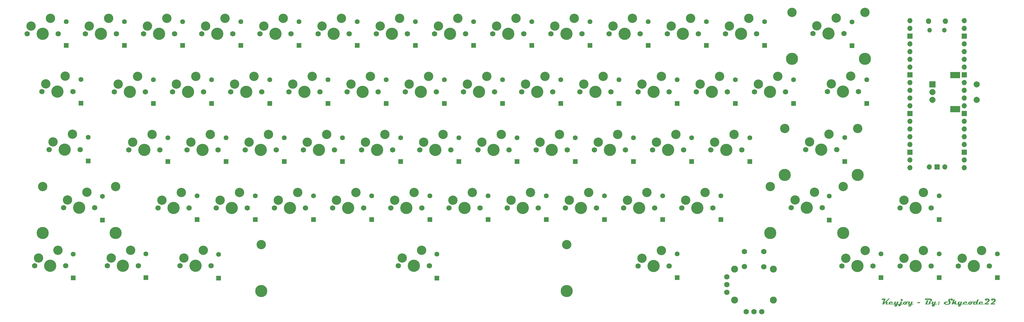
<source format=gbr>
G04 #@! TF.GenerationSoftware,KiCad,Pcbnew,7.0.6*
G04 #@! TF.CreationDate,2023-09-01T00:30:57-07:00*
G04 #@! TF.ProjectId,keyjoy,6b65796a-6f79-42e6-9b69-6361645f7063,rev?*
G04 #@! TF.SameCoordinates,Original*
G04 #@! TF.FileFunction,Soldermask,Top*
G04 #@! TF.FilePolarity,Negative*
%FSLAX46Y46*%
G04 Gerber Fmt 4.6, Leading zero omitted, Abs format (unit mm)*
G04 Created by KiCad (PCBNEW 7.0.6) date 2023-09-01 00:30:57*
%MOMM*%
%LPD*%
G01*
G04 APERTURE LIST*
%ADD10C,0.250000*%
%ADD11C,1.750000*%
%ADD12C,3.050000*%
%ADD13C,4.000000*%
%ADD14R,1.600000X1.600000*%
%ADD15C,1.600000*%
%ADD16C,3.048000*%
%ADD17C,3.987800*%
%ADD18C,1.778000*%
%ADD19C,2.286000*%
%ADD20R,2.000000X2.000000*%
%ADD21C,2.000000*%
%ADD22R,3.200000X2.000000*%
%ADD23O,1.800000X1.800000*%
%ADD24O,1.500000X1.500000*%
%ADD25O,1.700000X1.700000*%
%ADD26R,1.700000X1.700000*%
G04 APERTURE END LIST*
D10*
G36*
X441112956Y-256273376D02*
G01*
X439989438Y-257273795D01*
X440093974Y-257273795D01*
X440117221Y-257274476D01*
X440138969Y-257276520D01*
X440159216Y-257279926D01*
X440186775Y-257287589D01*
X440210959Y-257298318D01*
X440231769Y-257312113D01*
X440249204Y-257328973D01*
X440263265Y-257348898D01*
X440273951Y-257371889D01*
X440281262Y-257397945D01*
X440285199Y-257427067D01*
X440285949Y-257448184D01*
X440285039Y-257470418D01*
X440282890Y-257489891D01*
X440279477Y-257510222D01*
X440274799Y-257531412D01*
X440268858Y-257553461D01*
X440261652Y-257576368D01*
X440260060Y-257581052D01*
X440114491Y-257992846D01*
X440684554Y-257992846D01*
X440675606Y-258019346D01*
X440664518Y-258044137D01*
X440651289Y-258067218D01*
X440635919Y-258088589D01*
X440618408Y-258108251D01*
X440598756Y-258126203D01*
X440576963Y-258142445D01*
X440553029Y-258156977D01*
X440526954Y-258169800D01*
X440498738Y-258180913D01*
X440468382Y-258190316D01*
X440435884Y-258198010D01*
X440401245Y-258203994D01*
X440364466Y-258208268D01*
X440325545Y-258210833D01*
X440305282Y-258211474D01*
X440284484Y-258211688D01*
X439803814Y-258211688D01*
X439779857Y-258211104D01*
X439757446Y-258209352D01*
X439736580Y-258206432D01*
X439717260Y-258202345D01*
X439691178Y-258194025D01*
X439668574Y-258183077D01*
X439649447Y-258169501D01*
X439633798Y-258153298D01*
X439621626Y-258134468D01*
X439612932Y-258113010D01*
X439607716Y-258088924D01*
X439605977Y-258062211D01*
X439606943Y-258042118D01*
X439609841Y-258021407D01*
X439614671Y-258000078D01*
X439618189Y-257987961D01*
X439801371Y-257430110D01*
X439083786Y-258082727D01*
X439065418Y-258098344D01*
X439046707Y-258112952D01*
X439027652Y-258126554D01*
X439008254Y-258139147D01*
X438988512Y-258150734D01*
X438968427Y-258161312D01*
X438947998Y-258170884D01*
X438927226Y-258179447D01*
X438906111Y-258187004D01*
X438884652Y-258193552D01*
X438862849Y-258199094D01*
X438840703Y-258203627D01*
X438818214Y-258207154D01*
X438795381Y-258209672D01*
X438772205Y-258211184D01*
X438748685Y-258211688D01*
X438518120Y-258211688D01*
X439078413Y-256617270D01*
X438310513Y-256617270D01*
X438520562Y-256273376D01*
X439376389Y-256273376D01*
X439404841Y-256274084D01*
X439431458Y-256276208D01*
X439456239Y-256279748D01*
X439479185Y-256284703D01*
X439500294Y-256291074D01*
X439519569Y-256298861D01*
X439537007Y-256308064D01*
X439559723Y-256324524D01*
X439578309Y-256344169D01*
X439592765Y-256366999D01*
X439603090Y-256393015D01*
X439607679Y-256412129D01*
X439610433Y-256432659D01*
X439611351Y-256454604D01*
X439610683Y-256474468D01*
X439608679Y-256495286D01*
X439605340Y-256517058D01*
X439600665Y-256539784D01*
X439594654Y-256563464D01*
X439588884Y-256583095D01*
X439583995Y-256598219D01*
X439250360Y-257565421D01*
X440684554Y-256273376D01*
X441112956Y-256273376D01*
G37*
G36*
X442394254Y-257992846D02*
G01*
X442388197Y-258012230D01*
X442380835Y-258030816D01*
X442372169Y-258048603D01*
X442362197Y-258065592D01*
X442350920Y-258081782D01*
X442338337Y-258097174D01*
X442324450Y-258111767D01*
X442309257Y-258125561D01*
X442292759Y-258138557D01*
X442274956Y-258150755D01*
X442262362Y-258158443D01*
X442244911Y-258167958D01*
X442226997Y-258176538D01*
X442208618Y-258184181D01*
X442189776Y-258190889D01*
X442170471Y-258196660D01*
X442150701Y-258201496D01*
X442130468Y-258205396D01*
X442109772Y-258208360D01*
X442088611Y-258210388D01*
X442066987Y-258211480D01*
X442052314Y-258211688D01*
X441287345Y-258211688D01*
X441246262Y-258211293D01*
X441206483Y-258210109D01*
X441168009Y-258208137D01*
X441130839Y-258205375D01*
X441094973Y-258201825D01*
X441060411Y-258197485D01*
X441027153Y-258192357D01*
X440995200Y-258186439D01*
X440964551Y-258179732D01*
X440935206Y-258172237D01*
X440907165Y-258163952D01*
X440880429Y-258154878D01*
X440854996Y-258145015D01*
X440830868Y-258134364D01*
X440808045Y-258122923D01*
X440786525Y-258110693D01*
X440766310Y-258097674D01*
X440747398Y-258083866D01*
X440729791Y-258069270D01*
X440713489Y-258053884D01*
X440698490Y-258037709D01*
X440684796Y-258020745D01*
X440672406Y-258002992D01*
X440661320Y-257984450D01*
X440651538Y-257965119D01*
X440643061Y-257944999D01*
X440635888Y-257924090D01*
X440630019Y-257902392D01*
X440625454Y-257879905D01*
X440622193Y-257856629D01*
X440620237Y-257832564D01*
X440619585Y-257807710D01*
X440620476Y-257775724D01*
X440623149Y-257744611D01*
X440627605Y-257714373D01*
X440633843Y-257685008D01*
X440641863Y-257656518D01*
X440651665Y-257628901D01*
X440663249Y-257602158D01*
X440676616Y-257576290D01*
X440691764Y-257551295D01*
X440708695Y-257527174D01*
X440727409Y-257503927D01*
X440747904Y-257481554D01*
X440770182Y-257460055D01*
X440794242Y-257439430D01*
X440820084Y-257419679D01*
X440847708Y-257400801D01*
X440872544Y-257385422D01*
X440897961Y-257371034D01*
X440923957Y-257357639D01*
X440950534Y-257345236D01*
X440977691Y-257333825D01*
X441005428Y-257323407D01*
X441033745Y-257313981D01*
X441062642Y-257305547D01*
X441092119Y-257298105D01*
X441122176Y-257291655D01*
X441152813Y-257286198D01*
X441184030Y-257281733D01*
X441215828Y-257278260D01*
X441248205Y-257275779D01*
X441281163Y-257274291D01*
X441314700Y-257273795D01*
X441514002Y-257273795D01*
X441535635Y-257274011D01*
X441556936Y-257274657D01*
X441577904Y-257275736D01*
X441598541Y-257277245D01*
X441618845Y-257279185D01*
X441638818Y-257281557D01*
X441658459Y-257284360D01*
X441677767Y-257287595D01*
X441706107Y-257293255D01*
X441733701Y-257299885D01*
X441760547Y-257307486D01*
X441786646Y-257316057D01*
X441811998Y-257325598D01*
X441820283Y-257328994D01*
X441841610Y-257338514D01*
X441861629Y-257348633D01*
X441880338Y-257359351D01*
X441897738Y-257370668D01*
X441913830Y-257382584D01*
X441935513Y-257401582D01*
X441954250Y-257421928D01*
X441970042Y-257443622D01*
X441982889Y-257466665D01*
X441992791Y-257491055D01*
X441999748Y-257516794D01*
X442003759Y-257543880D01*
X442004442Y-257553209D01*
X442004359Y-257581156D01*
X442001545Y-257608209D01*
X441996001Y-257634370D01*
X441987727Y-257659638D01*
X441976721Y-257684012D01*
X441962986Y-257707494D01*
X441946519Y-257730083D01*
X441927322Y-257751778D01*
X441913007Y-257765746D01*
X441897479Y-257779317D01*
X441880737Y-257792490D01*
X441862781Y-257805267D01*
X441408001Y-257805267D01*
X441556501Y-257492637D01*
X441266340Y-257492637D01*
X441153988Y-257827738D01*
X441148426Y-257846975D01*
X441144991Y-257866644D01*
X441144219Y-257880494D01*
X441145790Y-257900573D01*
X441152774Y-257924272D01*
X441165345Y-257944460D01*
X441183503Y-257961137D01*
X441200788Y-257971341D01*
X441221215Y-257979570D01*
X441244786Y-257985824D01*
X441271499Y-257990103D01*
X441291053Y-257991858D01*
X441312005Y-257992736D01*
X441323004Y-257992846D01*
X442394254Y-257992846D01*
G37*
G36*
X442863688Y-257992846D02*
G01*
X443142614Y-257992846D01*
X443395161Y-257273795D01*
X443890974Y-257273795D01*
X443638427Y-257992846D01*
X444205558Y-257992846D01*
X444194871Y-258019346D01*
X444183081Y-258044137D01*
X444170187Y-258067218D01*
X444156191Y-258088589D01*
X444141092Y-258108251D01*
X444124890Y-258126203D01*
X444107585Y-258142445D01*
X444089177Y-258156977D01*
X444069666Y-258169800D01*
X444049052Y-258180913D01*
X444027336Y-258190316D01*
X444004516Y-258198010D01*
X443980594Y-258203994D01*
X443955568Y-258208268D01*
X443929440Y-258210833D01*
X443902209Y-258211688D01*
X443567108Y-258211688D01*
X443559616Y-258231493D01*
X443552100Y-258250976D01*
X443544561Y-258270137D01*
X443536997Y-258288975D01*
X443529410Y-258307491D01*
X443521799Y-258325684D01*
X443506505Y-258361103D01*
X443491116Y-258395232D01*
X443475631Y-258428071D01*
X443460051Y-258459621D01*
X443444376Y-258489880D01*
X443428605Y-258518850D01*
X443412739Y-258546529D01*
X443396777Y-258572919D01*
X443380720Y-258598019D01*
X443364567Y-258621828D01*
X443348320Y-258644348D01*
X443331976Y-258665578D01*
X443315538Y-258685519D01*
X443292170Y-258711427D01*
X443268109Y-258735665D01*
X443243352Y-258758230D01*
X443217901Y-258779125D01*
X443191756Y-258798347D01*
X443164916Y-258815899D01*
X443137381Y-258831778D01*
X443109152Y-258845986D01*
X443080229Y-258858523D01*
X443050610Y-258869388D01*
X443020298Y-258878581D01*
X442989290Y-258886103D01*
X442957588Y-258891953D01*
X442925192Y-258896132D01*
X442892101Y-258898640D01*
X442858315Y-258899475D01*
X442837129Y-258899090D01*
X442816557Y-258897934D01*
X442796600Y-258896006D01*
X442767816Y-258891670D01*
X442740414Y-258885599D01*
X442714395Y-258877794D01*
X442689759Y-258868254D01*
X442666505Y-258856980D01*
X442644633Y-258843971D01*
X442624144Y-258829228D01*
X442605037Y-258812750D01*
X442593067Y-258800801D01*
X442578576Y-258784060D01*
X442565510Y-258766443D01*
X442553869Y-258747950D01*
X442543654Y-258728582D01*
X442534864Y-258708337D01*
X442527499Y-258687217D01*
X442521560Y-258665221D01*
X442517047Y-258642349D01*
X442513958Y-258618601D01*
X442512295Y-258593977D01*
X442511979Y-258577075D01*
X442512395Y-258556889D01*
X442512628Y-258553139D01*
X442809955Y-258553139D01*
X442811199Y-258575533D01*
X442814931Y-258596797D01*
X442821152Y-258616932D01*
X442829861Y-258635937D01*
X442841058Y-258653813D01*
X442854743Y-258670559D01*
X442870916Y-258686175D01*
X442889578Y-258700662D01*
X443055663Y-258242951D01*
X443033269Y-258244569D01*
X443011272Y-258249423D01*
X442989672Y-258257514D01*
X442968468Y-258268840D01*
X442947662Y-258283403D01*
X442932318Y-258296449D01*
X442917197Y-258311316D01*
X442902299Y-258328002D01*
X442887624Y-258346510D01*
X442873744Y-258365923D01*
X442861229Y-258385327D01*
X442850079Y-258404723D01*
X442840294Y-258424110D01*
X442831875Y-258443489D01*
X442824821Y-258462859D01*
X442819133Y-258482220D01*
X442814809Y-258501573D01*
X442811851Y-258520918D01*
X442810031Y-258546697D01*
X442809955Y-258553139D01*
X442512628Y-258553139D01*
X442513644Y-258536815D01*
X442515727Y-258516852D01*
X442518642Y-258497001D01*
X442522390Y-258477262D01*
X442526971Y-258457634D01*
X442532385Y-258438118D01*
X442538632Y-258418714D01*
X442545711Y-258399421D01*
X442553624Y-258380240D01*
X442559362Y-258367514D01*
X442568504Y-258348880D01*
X442578161Y-258331078D01*
X442588333Y-258314110D01*
X442602698Y-258292780D01*
X442617978Y-258272932D01*
X442634174Y-258254564D01*
X442651287Y-258237677D01*
X442669315Y-258222271D01*
X442683437Y-258211688D01*
X442578901Y-258211688D01*
X442556782Y-258210817D01*
X442535609Y-258208207D01*
X442515383Y-258203856D01*
X442496103Y-258197766D01*
X442477769Y-258189935D01*
X442460382Y-258180363D01*
X442443942Y-258169052D01*
X442428448Y-258156000D01*
X442414480Y-258141643D01*
X442399639Y-258122474D01*
X442387709Y-258101944D01*
X442378688Y-258080055D01*
X442372577Y-258056807D01*
X442369783Y-258037229D01*
X442368852Y-258016782D01*
X442369934Y-257994959D01*
X442372712Y-257975366D01*
X442377200Y-257955590D01*
X442382530Y-257938136D01*
X442621888Y-257273795D01*
X443120632Y-257273795D01*
X442863688Y-257992846D01*
G37*
G36*
X444786856Y-257992846D02*
G01*
X445374505Y-257992846D01*
X445365500Y-258019346D01*
X445354607Y-258044137D01*
X445341824Y-258067218D01*
X445327152Y-258088589D01*
X445310591Y-258108251D01*
X445292141Y-258126203D01*
X445271803Y-258142445D01*
X445249575Y-258156977D01*
X445225457Y-258169800D01*
X445199451Y-258180913D01*
X445171556Y-258190316D01*
X445141772Y-258198010D01*
X445110099Y-258203994D01*
X445076536Y-258208268D01*
X445041085Y-258210833D01*
X445003744Y-258211688D01*
X444714072Y-258211688D01*
X444646661Y-258409036D01*
X444637710Y-258430708D01*
X444628076Y-258451763D01*
X444617758Y-258472199D01*
X444606758Y-258492017D01*
X444595074Y-258511217D01*
X444582708Y-258529799D01*
X444569658Y-258547762D01*
X444555925Y-258565107D01*
X444541509Y-258581834D01*
X444526410Y-258597942D01*
X444510627Y-258613433D01*
X444494162Y-258628305D01*
X444477013Y-258642559D01*
X444459182Y-258656194D01*
X444440667Y-258669212D01*
X444421469Y-258681611D01*
X444402329Y-258692850D01*
X444382764Y-258703364D01*
X444362776Y-258713152D01*
X444342365Y-258722216D01*
X444321530Y-258730555D01*
X444300271Y-258738168D01*
X444278589Y-258745057D01*
X444256483Y-258751220D01*
X444233954Y-258756658D01*
X444211001Y-258761371D01*
X444187624Y-258765359D01*
X444163823Y-258768622D01*
X444139600Y-258771160D01*
X444114952Y-258772973D01*
X444089881Y-258774060D01*
X444064386Y-258774423D01*
X444039008Y-258773478D01*
X444014532Y-258770645D01*
X443990957Y-258765922D01*
X443968284Y-258759310D01*
X443946513Y-258750810D01*
X443925643Y-258740420D01*
X443905675Y-258728141D01*
X443886608Y-258713973D01*
X443868443Y-258697916D01*
X443851179Y-258679970D01*
X443840171Y-258666956D01*
X443825942Y-258647932D01*
X443813112Y-258628230D01*
X443801681Y-258607850D01*
X443791651Y-258586791D01*
X443783020Y-258565054D01*
X443775788Y-258542638D01*
X443769957Y-258519545D01*
X443765524Y-258495772D01*
X443762492Y-258471322D01*
X443760984Y-258448115D01*
X444029704Y-258448115D01*
X444030543Y-258471356D01*
X444033062Y-258492964D01*
X444037260Y-258512938D01*
X444044869Y-258535609D01*
X444055101Y-258555728D01*
X444067957Y-258573295D01*
X444083437Y-258588310D01*
X444217771Y-258211688D01*
X444196712Y-258215931D01*
X444176768Y-258221824D01*
X444157939Y-258229365D01*
X444140224Y-258238554D01*
X444123623Y-258249392D01*
X444108136Y-258261879D01*
X444093764Y-258276015D01*
X444080506Y-258291799D01*
X444068599Y-258308881D01*
X444058280Y-258326665D01*
X444049548Y-258345151D01*
X444042404Y-258364339D01*
X444036848Y-258384230D01*
X444032879Y-258404823D01*
X444030497Y-258426117D01*
X444029704Y-258448115D01*
X443760984Y-258448115D01*
X443760859Y-258446193D01*
X443760548Y-258429064D01*
X443761155Y-258403462D01*
X443762975Y-258378559D01*
X443766009Y-258354354D01*
X443770257Y-258330847D01*
X443775718Y-258308039D01*
X443782392Y-258285930D01*
X443790281Y-258264518D01*
X443799383Y-258243805D01*
X443809698Y-258223791D01*
X443821227Y-258204475D01*
X443833970Y-258185857D01*
X443847926Y-258167938D01*
X443863096Y-258150716D01*
X443879479Y-258134194D01*
X443897076Y-258118370D01*
X443915886Y-258103244D01*
X443934222Y-258089875D01*
X443953202Y-258077369D01*
X443972827Y-258065726D01*
X443993098Y-258054945D01*
X444014013Y-258045026D01*
X444035573Y-258035970D01*
X444057778Y-258027776D01*
X444080628Y-258020445D01*
X444104123Y-258013977D01*
X444128263Y-258008371D01*
X444153048Y-258003627D01*
X444178478Y-257999746D01*
X444204553Y-257996727D01*
X444231273Y-257994571D01*
X444258637Y-257993277D01*
X444286647Y-257992846D01*
X444542125Y-257273795D01*
X445039404Y-257273795D01*
X444786856Y-257992846D01*
G37*
G36*
X444913267Y-256399274D02*
G01*
X444940239Y-256401812D01*
X444966447Y-256406041D01*
X444991891Y-256411961D01*
X445016570Y-256419573D01*
X445040485Y-256428877D01*
X445063637Y-256439872D01*
X445086023Y-256452559D01*
X445107646Y-256466937D01*
X445128505Y-256483007D01*
X445141986Y-256494660D01*
X445161016Y-256512964D01*
X445178175Y-256531972D01*
X445193463Y-256551684D01*
X445206878Y-256572101D01*
X445218421Y-256593221D01*
X445228093Y-256615045D01*
X445235892Y-256637574D01*
X445241820Y-256660806D01*
X445245876Y-256684743D01*
X445248059Y-256709384D01*
X445248475Y-256726203D01*
X445247540Y-256751492D01*
X445244732Y-256776068D01*
X445240052Y-256799932D01*
X445233500Y-256823083D01*
X445225077Y-256845521D01*
X445214781Y-256867247D01*
X445202614Y-256888260D01*
X445188575Y-256908560D01*
X445172664Y-256928148D01*
X445154881Y-256947023D01*
X445141986Y-256959210D01*
X445121637Y-256976321D01*
X445100523Y-256991748D01*
X445078646Y-257005492D01*
X445056004Y-257017554D01*
X445032599Y-257027932D01*
X445008429Y-257036628D01*
X444983494Y-257043640D01*
X444957796Y-257048969D01*
X444931333Y-257052616D01*
X444904106Y-257054579D01*
X444885531Y-257054953D01*
X444857358Y-257054112D01*
X444829992Y-257051587D01*
X444803433Y-257047380D01*
X444777682Y-257041489D01*
X444752738Y-257033916D01*
X444728601Y-257024660D01*
X444705271Y-257013720D01*
X444682748Y-257001098D01*
X444661032Y-256986792D01*
X444640124Y-256970804D01*
X444626633Y-256959210D01*
X444607602Y-256940810D01*
X444590443Y-256921698D01*
X444575156Y-256901873D01*
X444561741Y-256881335D01*
X444550198Y-256860084D01*
X444540526Y-256838121D01*
X444532727Y-256815445D01*
X444526799Y-256792056D01*
X444522743Y-256767955D01*
X444520559Y-256743141D01*
X444520143Y-256726203D01*
X444521079Y-256701092D01*
X444523887Y-256676686D01*
X444528567Y-256652984D01*
X444535118Y-256629986D01*
X444543542Y-256607692D01*
X444553837Y-256586103D01*
X444566005Y-256565217D01*
X444580044Y-256545035D01*
X444595955Y-256525558D01*
X444613738Y-256506785D01*
X444626633Y-256494660D01*
X444647004Y-256477463D01*
X444668181Y-256461957D01*
X444690166Y-256448142D01*
X444712958Y-256436019D01*
X444736557Y-256425588D01*
X444760963Y-256416848D01*
X444786176Y-256409800D01*
X444812197Y-256404443D01*
X444839024Y-256400778D01*
X444866659Y-256398805D01*
X444885531Y-256398429D01*
X444913267Y-256399274D01*
G37*
G36*
X447693406Y-257300295D02*
G01*
X447683935Y-257325086D01*
X447672752Y-257348167D01*
X447659855Y-257369538D01*
X447645244Y-257389200D01*
X447628920Y-257407152D01*
X447610882Y-257423394D01*
X447591131Y-257437926D01*
X447569666Y-257450749D01*
X447546488Y-257461862D01*
X447521596Y-257471265D01*
X447494991Y-257478959D01*
X447466672Y-257484943D01*
X447436639Y-257489217D01*
X447404894Y-257491782D01*
X447371434Y-257492637D01*
X446511211Y-257492637D01*
X446527663Y-257505980D01*
X446542947Y-257522930D01*
X446554792Y-257539810D01*
X446565826Y-257559195D01*
X446576049Y-257581083D01*
X446583643Y-257600398D01*
X446585461Y-257605477D01*
X446592132Y-257625543D01*
X446597734Y-257644953D01*
X446603234Y-257668292D01*
X446607065Y-257690605D01*
X446609226Y-257711893D01*
X446609717Y-257732155D01*
X446608908Y-257747626D01*
X446605888Y-257776420D01*
X446601588Y-257804428D01*
X446596011Y-257831649D01*
X446589155Y-257858085D01*
X446581021Y-257883734D01*
X446571608Y-257908597D01*
X446560916Y-257932674D01*
X446548946Y-257955965D01*
X446535698Y-257978470D01*
X446521171Y-258000188D01*
X446505366Y-258021121D01*
X446488283Y-258041267D01*
X446469921Y-258060627D01*
X446450280Y-258079201D01*
X446429361Y-258096989D01*
X446407164Y-258113990D01*
X446384899Y-258129435D01*
X446361826Y-258143895D01*
X446337944Y-258157370D01*
X446313252Y-258169861D01*
X446287752Y-258181367D01*
X446261442Y-258191889D01*
X446234324Y-258201425D01*
X446206396Y-258209978D01*
X446177659Y-258217546D01*
X446148113Y-258224129D01*
X446117759Y-258229727D01*
X446086595Y-258234341D01*
X446054622Y-258237970D01*
X446021840Y-258240615D01*
X445988249Y-258242275D01*
X445953849Y-258242951D01*
X445933723Y-258243002D01*
X445913890Y-258242788D01*
X445894350Y-258242311D01*
X445856149Y-258240563D01*
X445819120Y-258237758D01*
X445783262Y-258233896D01*
X445748576Y-258228977D01*
X445715061Y-258223000D01*
X445682718Y-258215967D01*
X445651546Y-258207876D01*
X445621546Y-258198729D01*
X445592718Y-258188524D01*
X445565061Y-258177262D01*
X445538576Y-258164943D01*
X445513263Y-258151567D01*
X445489121Y-258137134D01*
X445466151Y-258121643D01*
X445455105Y-258113502D01*
X445436294Y-258098561D01*
X445418697Y-258083048D01*
X445402314Y-258066962D01*
X445387144Y-258050304D01*
X445373188Y-258033073D01*
X445360446Y-258015270D01*
X445348917Y-257996895D01*
X445338601Y-257977947D01*
X445329499Y-257958427D01*
X445321611Y-257938334D01*
X445314936Y-257917669D01*
X445311406Y-257903942D01*
X445755524Y-257903942D01*
X445757456Y-257925417D01*
X445763252Y-257944780D01*
X445772912Y-257962030D01*
X445786436Y-257977169D01*
X445803824Y-257990195D01*
X445825076Y-258001108D01*
X445850192Y-258009910D01*
X445879172Y-258016599D01*
X445900638Y-258019884D01*
X445923822Y-258022231D01*
X445948724Y-258023640D01*
X445975342Y-258024109D01*
X445995565Y-258023867D01*
X446015894Y-258022987D01*
X446020771Y-258022644D01*
X446203465Y-257492637D01*
X445888880Y-257492637D01*
X445765293Y-257850697D01*
X445759731Y-257869550D01*
X445756296Y-257889460D01*
X445755524Y-257903942D01*
X445311406Y-257903942D01*
X445309475Y-257896431D01*
X445305228Y-257874621D01*
X445302194Y-257852238D01*
X445300373Y-257829283D01*
X445299766Y-257805756D01*
X445300307Y-257784598D01*
X445301930Y-257763441D01*
X445304635Y-257742283D01*
X445306605Y-257730529D01*
X445311589Y-257704624D01*
X445317627Y-257679421D01*
X445324717Y-257654921D01*
X445332861Y-257631122D01*
X445342059Y-257608026D01*
X445352309Y-257585632D01*
X445363613Y-257563940D01*
X445375970Y-257542951D01*
X445389381Y-257522663D01*
X445403844Y-257503078D01*
X445419361Y-257484195D01*
X445435932Y-257466014D01*
X445453555Y-257448535D01*
X445472232Y-257431759D01*
X445491963Y-257415685D01*
X445512746Y-257400313D01*
X445535873Y-257384992D01*
X445559946Y-257370660D01*
X445584966Y-257357316D01*
X445610932Y-257344961D01*
X445637844Y-257333594D01*
X445665703Y-257323216D01*
X445694509Y-257313826D01*
X445724261Y-257305424D01*
X445754959Y-257298011D01*
X445786604Y-257291587D01*
X445819195Y-257286150D01*
X445852732Y-257281702D01*
X445887216Y-257278243D01*
X445922647Y-257275772D01*
X445959024Y-257274289D01*
X445996347Y-257273795D01*
X447701162Y-257273795D01*
X447693406Y-257300295D01*
G37*
G36*
X447474993Y-257992846D02*
G01*
X447753919Y-257992846D01*
X448006466Y-257273795D01*
X448502279Y-257273795D01*
X448249732Y-257992846D01*
X448816863Y-257992846D01*
X448806176Y-258019346D01*
X448794385Y-258044137D01*
X448781492Y-258067218D01*
X448767496Y-258088589D01*
X448752397Y-258108251D01*
X448736195Y-258126203D01*
X448718890Y-258142445D01*
X448700482Y-258156977D01*
X448680971Y-258169800D01*
X448660357Y-258180913D01*
X448638641Y-258190316D01*
X448615821Y-258198010D01*
X448591899Y-258203994D01*
X448566873Y-258208268D01*
X448540745Y-258210833D01*
X448513514Y-258211688D01*
X448178413Y-258211688D01*
X448170921Y-258231493D01*
X448163405Y-258250976D01*
X448155865Y-258270137D01*
X448148302Y-258288975D01*
X448140715Y-258307491D01*
X448133104Y-258325684D01*
X448117810Y-258361103D01*
X448102421Y-258395232D01*
X448086936Y-258428071D01*
X448071356Y-258459621D01*
X448055681Y-258489880D01*
X448039910Y-258518850D01*
X448024044Y-258546529D01*
X448008082Y-258572919D01*
X447992025Y-258598019D01*
X447975872Y-258621828D01*
X447959624Y-258644348D01*
X447943281Y-258665578D01*
X447926843Y-258685519D01*
X447903475Y-258711427D01*
X447879414Y-258735665D01*
X447854657Y-258758230D01*
X447829206Y-258779125D01*
X447803061Y-258798347D01*
X447776221Y-258815899D01*
X447748686Y-258831778D01*
X447720457Y-258845986D01*
X447691534Y-258858523D01*
X447661915Y-258869388D01*
X447631603Y-258878581D01*
X447600595Y-258886103D01*
X447568893Y-258891953D01*
X447536497Y-258896132D01*
X447503406Y-258898640D01*
X447469620Y-258899475D01*
X447448434Y-258899090D01*
X447427862Y-258897934D01*
X447407905Y-258896006D01*
X447379121Y-258891670D01*
X447351719Y-258885599D01*
X447325700Y-258877794D01*
X447301064Y-258868254D01*
X447277810Y-258856980D01*
X447255938Y-258843971D01*
X447235449Y-258829228D01*
X447216342Y-258812750D01*
X447204372Y-258800801D01*
X447189881Y-258784060D01*
X447176815Y-258766443D01*
X447165174Y-258747950D01*
X447154959Y-258728582D01*
X447146169Y-258708337D01*
X447138804Y-258687217D01*
X447132865Y-258665221D01*
X447128352Y-258642349D01*
X447125263Y-258618601D01*
X447123600Y-258593977D01*
X447123284Y-258577075D01*
X447123700Y-258556889D01*
X447123933Y-258553139D01*
X447421260Y-258553139D01*
X447422504Y-258575533D01*
X447426236Y-258596797D01*
X447432457Y-258616932D01*
X447441166Y-258635937D01*
X447452363Y-258653813D01*
X447466048Y-258670559D01*
X447482221Y-258686175D01*
X447500883Y-258700662D01*
X447666968Y-258242951D01*
X447644574Y-258244569D01*
X447622577Y-258249423D01*
X447600977Y-258257514D01*
X447579773Y-258268840D01*
X447558967Y-258283403D01*
X447543623Y-258296449D01*
X447528502Y-258311316D01*
X447513604Y-258328002D01*
X447498929Y-258346510D01*
X447485049Y-258365923D01*
X447472534Y-258385327D01*
X447461384Y-258404723D01*
X447451599Y-258424110D01*
X447443180Y-258443489D01*
X447436126Y-258462859D01*
X447430438Y-258482220D01*
X447426114Y-258501573D01*
X447423156Y-258520918D01*
X447421336Y-258546697D01*
X447421260Y-258553139D01*
X447123933Y-258553139D01*
X447124949Y-258536815D01*
X447127032Y-258516852D01*
X447129947Y-258497001D01*
X447133695Y-258477262D01*
X447138276Y-258457634D01*
X447143690Y-258438118D01*
X447149937Y-258418714D01*
X447157016Y-258399421D01*
X447164929Y-258380240D01*
X447170667Y-258367514D01*
X447179809Y-258348880D01*
X447189466Y-258331078D01*
X447199638Y-258314110D01*
X447214003Y-258292780D01*
X447229283Y-258272932D01*
X447245479Y-258254564D01*
X447262592Y-258237677D01*
X447280620Y-258222271D01*
X447294742Y-258211688D01*
X447190206Y-258211688D01*
X447168087Y-258210817D01*
X447146914Y-258208207D01*
X447126688Y-258203856D01*
X447107408Y-258197766D01*
X447089074Y-258189935D01*
X447071687Y-258180363D01*
X447055247Y-258169052D01*
X447039752Y-258156000D01*
X447025785Y-258141643D01*
X447010944Y-258122474D01*
X446999014Y-258101944D01*
X446989993Y-258080055D01*
X446983882Y-258056807D01*
X446981088Y-258037229D01*
X446980157Y-258016782D01*
X446981239Y-257994959D01*
X446984017Y-257975366D01*
X446988505Y-257955590D01*
X446993835Y-257938136D01*
X447233193Y-257273795D01*
X447731937Y-257273795D01*
X447474993Y-257992846D01*
G37*
G36*
X450981832Y-257398847D02*
G01*
X450861176Y-257742741D01*
X449935007Y-257742741D01*
X450055663Y-257398847D01*
X450981832Y-257398847D01*
G37*
G36*
X454873598Y-256707152D02*
G01*
X454872766Y-256732389D01*
X454870270Y-256757420D01*
X454866110Y-256782245D01*
X454860286Y-256806864D01*
X454852799Y-256831277D01*
X454843647Y-256855483D01*
X454832832Y-256879484D01*
X454820353Y-256903279D01*
X454806209Y-256926867D01*
X454790402Y-256950250D01*
X454772931Y-256973426D01*
X454753796Y-256996396D01*
X454732998Y-257019160D01*
X454710535Y-257041718D01*
X454686408Y-257064071D01*
X454660618Y-257086216D01*
X454644160Y-257099553D01*
X454626660Y-257113060D01*
X454608119Y-257126740D01*
X454588536Y-257140591D01*
X454567910Y-257154614D01*
X454546243Y-257168809D01*
X454523535Y-257183175D01*
X454499784Y-257197713D01*
X454474991Y-257212423D01*
X454449157Y-257227305D01*
X454422281Y-257242358D01*
X454394363Y-257257583D01*
X454365403Y-257272980D01*
X454335401Y-257288549D01*
X454304357Y-257304289D01*
X454272272Y-257320201D01*
X454285049Y-257342965D01*
X454297001Y-257365462D01*
X454308130Y-257387692D01*
X454318434Y-257409655D01*
X454327913Y-257431351D01*
X454336569Y-257452779D01*
X454344400Y-257473941D01*
X454351406Y-257494835D01*
X454357589Y-257515462D01*
X454362947Y-257535822D01*
X454367481Y-257555915D01*
X454371190Y-257575740D01*
X454374075Y-257595299D01*
X454376857Y-257624136D01*
X454377785Y-257652371D01*
X454376239Y-257690155D01*
X454371602Y-257726690D01*
X454363874Y-257761977D01*
X454353055Y-257796017D01*
X454339145Y-257828808D01*
X454322143Y-257860352D01*
X454302050Y-257890647D01*
X454278866Y-257919695D01*
X454252591Y-257947495D01*
X454238294Y-257960927D01*
X454223225Y-257974047D01*
X454207382Y-257986855D01*
X454190767Y-257999351D01*
X454173379Y-258011535D01*
X454155218Y-258023407D01*
X454136285Y-258034967D01*
X454116578Y-258046215D01*
X454096099Y-258057151D01*
X454074847Y-258067775D01*
X454052822Y-258078087D01*
X454030025Y-258088087D01*
X454006454Y-258097775D01*
X453982111Y-258107152D01*
X453946391Y-258119810D01*
X453909937Y-258131652D01*
X453872751Y-258142677D01*
X453853884Y-258147884D01*
X453834833Y-258152886D01*
X453815599Y-258157684D01*
X453796181Y-258162278D01*
X453776581Y-258166668D01*
X453756797Y-258170853D01*
X453736830Y-258174834D01*
X453716680Y-258178612D01*
X453696347Y-258182185D01*
X453675831Y-258185554D01*
X453655131Y-258188718D01*
X453634248Y-258191679D01*
X453613182Y-258194435D01*
X453591933Y-258196987D01*
X453570501Y-258199335D01*
X453548885Y-258201479D01*
X453527087Y-258203419D01*
X453505105Y-258205154D01*
X453482940Y-258206685D01*
X453460592Y-258208012D01*
X453438060Y-258209135D01*
X453415346Y-258210054D01*
X453392448Y-258210769D01*
X453369367Y-258211279D01*
X453346103Y-258211585D01*
X453322655Y-258211688D01*
X452608489Y-258211688D01*
X453104302Y-256804849D01*
X453598650Y-256804849D01*
X453177087Y-257992846D01*
X453246940Y-257992846D01*
X453276694Y-257992630D01*
X453305871Y-257991983D01*
X453334473Y-257990905D01*
X453362498Y-257989396D01*
X453389946Y-257987455D01*
X453416819Y-257985084D01*
X453443115Y-257982280D01*
X453468835Y-257979046D01*
X453493978Y-257975381D01*
X453518546Y-257971284D01*
X453542537Y-257966756D01*
X453565952Y-257961797D01*
X453588791Y-257956406D01*
X453611053Y-257950584D01*
X453632739Y-257944331D01*
X453653849Y-257937647D01*
X453683603Y-257926669D01*
X453711437Y-257914864D01*
X453737351Y-257902230D01*
X453761346Y-257888768D01*
X453783422Y-257874478D01*
X453803577Y-257859360D01*
X453821813Y-257843413D01*
X453838130Y-257826639D01*
X453852527Y-257809036D01*
X453865004Y-257790605D01*
X453875562Y-257771346D01*
X453884200Y-257751259D01*
X453890919Y-257730344D01*
X453895718Y-257708601D01*
X453898597Y-257686029D01*
X453899557Y-257662630D01*
X453898209Y-257643104D01*
X453894167Y-257622387D01*
X453887428Y-257600476D01*
X453880097Y-257582090D01*
X453871041Y-257562939D01*
X453860260Y-257543026D01*
X453847754Y-257522349D01*
X453844358Y-257517061D01*
X453831535Y-257496537D01*
X453820422Y-257477463D01*
X453811019Y-257459839D01*
X453801669Y-257439849D01*
X453793975Y-257418852D01*
X453789862Y-257398479D01*
X453789648Y-257393474D01*
X453790793Y-257373438D01*
X453792579Y-257365630D01*
X453803441Y-257346761D01*
X453818930Y-257328011D01*
X453834653Y-257313097D01*
X453853338Y-257298259D01*
X453874984Y-257283498D01*
X453893162Y-257272477D01*
X453913006Y-257261499D01*
X453934515Y-257250564D01*
X453942055Y-257246928D01*
X453962829Y-257236779D01*
X453982897Y-257226725D01*
X454002259Y-257216766D01*
X454020915Y-257206903D01*
X454038865Y-257197135D01*
X454056109Y-257187463D01*
X454080651Y-257173133D01*
X454103605Y-257159018D01*
X454124970Y-257145118D01*
X454144746Y-257131432D01*
X454162934Y-257117961D01*
X454179534Y-257104704D01*
X454189718Y-257095986D01*
X454205689Y-257081496D01*
X454220630Y-257066723D01*
X454234540Y-257051668D01*
X454247420Y-257036330D01*
X454259270Y-257020710D01*
X454275112Y-256996750D01*
X454288636Y-256972155D01*
X454299842Y-256946925D01*
X454308729Y-256921059D01*
X454315298Y-256894557D01*
X454319548Y-256867421D01*
X454321480Y-256839649D01*
X454321609Y-256830250D01*
X454320347Y-256804459D01*
X454316564Y-256780333D01*
X454310257Y-256757870D01*
X454301428Y-256737071D01*
X454290077Y-256717936D01*
X454276202Y-256700465D01*
X454259806Y-256684658D01*
X454240886Y-256670515D01*
X454219445Y-256658036D01*
X454195480Y-256647220D01*
X454168993Y-256638069D01*
X454139984Y-256630581D01*
X454108452Y-256624758D01*
X454074397Y-256620598D01*
X454037820Y-256618102D01*
X453998720Y-256617270D01*
X452391113Y-256617270D01*
X452602628Y-256273376D01*
X454205838Y-256273376D01*
X454225436Y-256273460D01*
X454263706Y-256274128D01*
X454300739Y-256275463D01*
X454336536Y-256277467D01*
X454371097Y-256280138D01*
X454404420Y-256283478D01*
X454436508Y-256287485D01*
X454467359Y-256292160D01*
X454496973Y-256297502D01*
X454525351Y-256303513D01*
X454552493Y-256310192D01*
X454578398Y-256317538D01*
X454603066Y-256325552D01*
X454626498Y-256334234D01*
X454648694Y-256343584D01*
X454669653Y-256353602D01*
X454679669Y-256358861D01*
X454703152Y-256372472D01*
X454725121Y-256387171D01*
X454745574Y-256402957D01*
X454764513Y-256419830D01*
X454781936Y-256437792D01*
X454797844Y-256456841D01*
X454812237Y-256476977D01*
X454825115Y-256498202D01*
X454836478Y-256520514D01*
X454846326Y-256543913D01*
X454854659Y-256568401D01*
X454861477Y-256593976D01*
X454866780Y-256620638D01*
X454870567Y-256648388D01*
X454872840Y-256677226D01*
X454873598Y-256707152D01*
G37*
G36*
X455153988Y-257992846D02*
G01*
X455432914Y-257992846D01*
X455685461Y-257273795D01*
X456181274Y-257273795D01*
X455928727Y-257992846D01*
X456495859Y-257992846D01*
X456485171Y-258019346D01*
X456473381Y-258044137D01*
X456460487Y-258067218D01*
X456446491Y-258088589D01*
X456431392Y-258108251D01*
X456415190Y-258126203D01*
X456397885Y-258142445D01*
X456379477Y-258156977D01*
X456359966Y-258169800D01*
X456339352Y-258180913D01*
X456317636Y-258190316D01*
X456294816Y-258198010D01*
X456270894Y-258203994D01*
X456245868Y-258208268D01*
X456219740Y-258210833D01*
X456192509Y-258211688D01*
X455857408Y-258211688D01*
X455849916Y-258231493D01*
X455842400Y-258250976D01*
X455834861Y-258270137D01*
X455827297Y-258288975D01*
X455819710Y-258307491D01*
X455812099Y-258325684D01*
X455796805Y-258361103D01*
X455781416Y-258395232D01*
X455765931Y-258428071D01*
X455750351Y-258459621D01*
X455734676Y-258489880D01*
X455718905Y-258518850D01*
X455703039Y-258546529D01*
X455687077Y-258572919D01*
X455671020Y-258598019D01*
X455654867Y-258621828D01*
X455638620Y-258644348D01*
X455622276Y-258665578D01*
X455605838Y-258685519D01*
X455582470Y-258711427D01*
X455558409Y-258735665D01*
X455533652Y-258758230D01*
X455508202Y-258779125D01*
X455482056Y-258798347D01*
X455455216Y-258815899D01*
X455427682Y-258831778D01*
X455399452Y-258845986D01*
X455370529Y-258858523D01*
X455340910Y-258869388D01*
X455310598Y-258878581D01*
X455279590Y-258886103D01*
X455247888Y-258891953D01*
X455215492Y-258896132D01*
X455182401Y-258898640D01*
X455148615Y-258899475D01*
X455127429Y-258899090D01*
X455106857Y-258897934D01*
X455086900Y-258896006D01*
X455058116Y-258891670D01*
X455030714Y-258885599D01*
X455004695Y-258877794D01*
X454980059Y-258868254D01*
X454956805Y-258856980D01*
X454934933Y-258843971D01*
X454914444Y-258829228D01*
X454895337Y-258812750D01*
X454883367Y-258800801D01*
X454868876Y-258784060D01*
X454855810Y-258766443D01*
X454844169Y-258747950D01*
X454833954Y-258728582D01*
X454825164Y-258708337D01*
X454817800Y-258687217D01*
X454811860Y-258665221D01*
X454807347Y-258642349D01*
X454804258Y-258618601D01*
X454802595Y-258593977D01*
X454802279Y-258577075D01*
X454802695Y-258556889D01*
X454802928Y-258553139D01*
X455100255Y-258553139D01*
X455101499Y-258575533D01*
X455105231Y-258596797D01*
X455111452Y-258616932D01*
X455120161Y-258635937D01*
X455131358Y-258653813D01*
X455145043Y-258670559D01*
X455161216Y-258686175D01*
X455179878Y-258700662D01*
X455345963Y-258242951D01*
X455323569Y-258244569D01*
X455301572Y-258249423D01*
X455279972Y-258257514D01*
X455258769Y-258268840D01*
X455237962Y-258283403D01*
X455222618Y-258296449D01*
X455207497Y-258311316D01*
X455192599Y-258328002D01*
X455177924Y-258346510D01*
X455164044Y-258365923D01*
X455151529Y-258385327D01*
X455140379Y-258404723D01*
X455130594Y-258424110D01*
X455122175Y-258443489D01*
X455115121Y-258462859D01*
X455109433Y-258482220D01*
X455105109Y-258501573D01*
X455102151Y-258520918D01*
X455100331Y-258546697D01*
X455100255Y-258553139D01*
X454802928Y-258553139D01*
X454803944Y-258536815D01*
X454806027Y-258516852D01*
X454808942Y-258497001D01*
X454812690Y-258477262D01*
X454817271Y-258457634D01*
X454822685Y-258438118D01*
X454828932Y-258418714D01*
X454836011Y-258399421D01*
X454843924Y-258380240D01*
X454849662Y-258367514D01*
X454858804Y-258348880D01*
X454868461Y-258331078D01*
X454878633Y-258314110D01*
X454892998Y-258292780D01*
X454908278Y-258272932D01*
X454924474Y-258254564D01*
X454941587Y-258237677D01*
X454959615Y-258222271D01*
X454973737Y-258211688D01*
X454869201Y-258211688D01*
X454847082Y-258210817D01*
X454825909Y-258208207D01*
X454805683Y-258203856D01*
X454786403Y-258197766D01*
X454768069Y-258189935D01*
X454750682Y-258180363D01*
X454734242Y-258169052D01*
X454718748Y-258156000D01*
X454704780Y-258141643D01*
X454689939Y-258122474D01*
X454678009Y-258101944D01*
X454668988Y-258080055D01*
X454662877Y-258056807D01*
X454660084Y-258037229D01*
X454659152Y-258016782D01*
X454660234Y-257994959D01*
X454663013Y-257975366D01*
X454667500Y-257955590D01*
X454672830Y-257938136D01*
X454912188Y-257273795D01*
X455410932Y-257273795D01*
X455153988Y-257992846D01*
G37*
G36*
X457356082Y-257461373D02*
G01*
X457354975Y-257483561D01*
X457351655Y-257504940D01*
X457346121Y-257525510D01*
X457338374Y-257545271D01*
X457328414Y-257564223D01*
X457316240Y-257582365D01*
X457301852Y-257599699D01*
X457285251Y-257616223D01*
X457267086Y-257631221D01*
X457248004Y-257644220D01*
X457228007Y-257655218D01*
X457207094Y-257664217D01*
X457185265Y-257671216D01*
X457162519Y-257676216D01*
X457138858Y-257679215D01*
X457114281Y-257680215D01*
X457090300Y-257679215D01*
X457067204Y-257676216D01*
X457044993Y-257671216D01*
X457023667Y-257664217D01*
X457003227Y-257655218D01*
X456983673Y-257644220D01*
X456965003Y-257631221D01*
X456947219Y-257616223D01*
X456930962Y-257599699D01*
X456916872Y-257582365D01*
X456904950Y-257564223D01*
X456895196Y-257545271D01*
X456887609Y-257525510D01*
X456882190Y-257504940D01*
X456878938Y-257483561D01*
X456877854Y-257461373D01*
X456878946Y-257439193D01*
X456882220Y-257417837D01*
X456887678Y-257397306D01*
X456895318Y-257377598D01*
X456905141Y-257358715D01*
X456917147Y-257340656D01*
X456931336Y-257323422D01*
X456947708Y-257307012D01*
X456965736Y-257291899D01*
X456984650Y-257278802D01*
X457004448Y-257267719D01*
X457025133Y-257258652D01*
X457046703Y-257251599D01*
X457069158Y-257246562D01*
X457092498Y-257243539D01*
X457116724Y-257242532D01*
X457141057Y-257243539D01*
X457164473Y-257246562D01*
X457186974Y-257251599D01*
X457208559Y-257258652D01*
X457229228Y-257267719D01*
X457248981Y-257278802D01*
X457267819Y-257291899D01*
X457285740Y-257307012D01*
X457302226Y-257323422D01*
X457316515Y-257340656D01*
X457328605Y-257358715D01*
X457338496Y-257377598D01*
X457346190Y-257397306D01*
X457351685Y-257417837D01*
X457354983Y-257439193D01*
X457356082Y-257461373D01*
G37*
G36*
X457226633Y-258024109D02*
G01*
X457225534Y-258046297D01*
X457222237Y-258067676D01*
X457216741Y-258088246D01*
X457209048Y-258108006D01*
X457199156Y-258126958D01*
X457187066Y-258145101D01*
X457172778Y-258162434D01*
X457156291Y-258178959D01*
X457138370Y-258193957D01*
X457119533Y-258206955D01*
X457099780Y-258217954D01*
X457079110Y-258226953D01*
X457057526Y-258233952D01*
X457035025Y-258238951D01*
X457011608Y-258241951D01*
X456987275Y-258242951D01*
X456962721Y-258241951D01*
X456939129Y-258238951D01*
X456916498Y-258233952D01*
X456894829Y-258226953D01*
X456874122Y-258217954D01*
X456854377Y-258206955D01*
X456835593Y-258193957D01*
X456817771Y-258178959D01*
X456801513Y-258162434D01*
X456787423Y-258145101D01*
X456775501Y-258126958D01*
X456765747Y-258108006D01*
X456758160Y-258088246D01*
X456752741Y-258067676D01*
X456749489Y-258046297D01*
X456748406Y-258024109D01*
X456749489Y-258001929D01*
X456752741Y-257980573D01*
X456758160Y-257960041D01*
X456765747Y-257940334D01*
X456775501Y-257921451D01*
X456787423Y-257903392D01*
X456801513Y-257886158D01*
X456817771Y-257869748D01*
X456835593Y-257854635D01*
X456854377Y-257841537D01*
X456874122Y-257830455D01*
X456894829Y-257821387D01*
X456916498Y-257814335D01*
X456939129Y-257809297D01*
X456962721Y-257806275D01*
X456987275Y-257805267D01*
X457011608Y-257806275D01*
X457035025Y-257809297D01*
X457057526Y-257814335D01*
X457079110Y-257821387D01*
X457099780Y-257830455D01*
X457119533Y-257841537D01*
X457138370Y-257854635D01*
X457156291Y-257869748D01*
X457172778Y-257886158D01*
X457187066Y-257903392D01*
X457199156Y-257921451D01*
X457209048Y-257940334D01*
X457216741Y-257960041D01*
X457222237Y-257980573D01*
X457225534Y-258001929D01*
X457226633Y-258024109D01*
G37*
G36*
X461699697Y-256603593D02*
G01*
X461698748Y-256628616D01*
X461695901Y-256652943D01*
X461691157Y-256676575D01*
X461684515Y-256699511D01*
X461675976Y-256721752D01*
X461665539Y-256743298D01*
X461653204Y-256764147D01*
X461638972Y-256784302D01*
X461622842Y-256803761D01*
X461604814Y-256822524D01*
X461591741Y-256834646D01*
X461571122Y-256851669D01*
X461549747Y-256867018D01*
X461527616Y-256880692D01*
X461504730Y-256892692D01*
X461481088Y-256903018D01*
X461456690Y-256911669D01*
X461431537Y-256918645D01*
X461405628Y-256923948D01*
X461378964Y-256927575D01*
X461351544Y-256929529D01*
X461332844Y-256929901D01*
X461304924Y-256929077D01*
X461277769Y-256926604D01*
X461251378Y-256922482D01*
X461225751Y-256916712D01*
X461200888Y-256909293D01*
X461176790Y-256900226D01*
X461153456Y-256889509D01*
X461130886Y-256877145D01*
X461109080Y-256863131D01*
X461088038Y-256847469D01*
X461074435Y-256836112D01*
X461055317Y-256818183D01*
X461038079Y-256799567D01*
X461022722Y-256780264D01*
X461009245Y-256760274D01*
X460997649Y-256739598D01*
X460987933Y-256718234D01*
X460980098Y-256696184D01*
X460974143Y-256673446D01*
X460970068Y-256650022D01*
X460967874Y-256625910D01*
X460967457Y-256609454D01*
X460968506Y-256588360D01*
X460970857Y-256568805D01*
X460974551Y-256546869D01*
X460978203Y-256528854D01*
X460956702Y-256527028D01*
X460935612Y-256525375D01*
X460914815Y-256524006D01*
X460900046Y-256523481D01*
X460874728Y-256524156D01*
X460851044Y-256526183D01*
X460828994Y-256529560D01*
X460808577Y-256534289D01*
X460789793Y-256540368D01*
X460764680Y-256552020D01*
X460743242Y-256566712D01*
X460725479Y-256584443D01*
X460711391Y-256605215D01*
X460700978Y-256629025D01*
X460694240Y-256655876D01*
X460691790Y-256675465D01*
X460690974Y-256696405D01*
X460692897Y-256721951D01*
X460696864Y-256745629D01*
X460702995Y-256773179D01*
X460708284Y-256793697D01*
X460714536Y-256815937D01*
X460721748Y-256839898D01*
X460729923Y-256865579D01*
X460739059Y-256892982D01*
X460749157Y-256922106D01*
X460760217Y-256952951D01*
X460772238Y-256985518D01*
X460785221Y-257019805D01*
X460799166Y-257055814D01*
X460806499Y-257074464D01*
X460814072Y-257093544D01*
X460821646Y-257112678D01*
X460828979Y-257131550D01*
X460836071Y-257150161D01*
X460842923Y-257168511D01*
X460855906Y-257204426D01*
X460867928Y-257239296D01*
X460878987Y-257273119D01*
X460889085Y-257305898D01*
X460898221Y-257337630D01*
X460906396Y-257368317D01*
X460913609Y-257397958D01*
X460919860Y-257426554D01*
X460925149Y-257454103D01*
X460929477Y-257480608D01*
X460932843Y-257506066D01*
X460935247Y-257530479D01*
X460936690Y-257553846D01*
X460937170Y-257576168D01*
X460936764Y-257599341D01*
X460935545Y-257622148D01*
X460933513Y-257644590D01*
X460930668Y-257666667D01*
X460927010Y-257688379D01*
X460922539Y-257709725D01*
X460917255Y-257730705D01*
X460911159Y-257751320D01*
X460904249Y-257771570D01*
X460896527Y-257791454D01*
X460887992Y-257810973D01*
X460878644Y-257830127D01*
X460868483Y-257848915D01*
X460857509Y-257867338D01*
X460845723Y-257885395D01*
X460833123Y-257903087D01*
X460819711Y-257920413D01*
X460805485Y-257937374D01*
X460790447Y-257953970D01*
X460774596Y-257970200D01*
X460757932Y-257986065D01*
X460740456Y-258001564D01*
X460722166Y-258016698D01*
X460703064Y-258031467D01*
X460683148Y-258045870D01*
X460662420Y-258059908D01*
X460640879Y-258073580D01*
X460618525Y-258086887D01*
X460595358Y-258099829D01*
X460571379Y-258112405D01*
X460546586Y-258124615D01*
X460520981Y-258136461D01*
X460501460Y-258144936D01*
X460481734Y-258153142D01*
X460461801Y-258161079D01*
X460441663Y-258168747D01*
X460421318Y-258176145D01*
X460400767Y-258183275D01*
X460380011Y-258190136D01*
X460359048Y-258196728D01*
X460337879Y-258203050D01*
X460316504Y-258209104D01*
X460294922Y-258214888D01*
X460273135Y-258220404D01*
X460251142Y-258225650D01*
X460228943Y-258230628D01*
X460206537Y-258235336D01*
X460183926Y-258239775D01*
X460161108Y-258243946D01*
X460138084Y-258247847D01*
X460114854Y-258251479D01*
X460091419Y-258254842D01*
X460067777Y-258257936D01*
X460043929Y-258260761D01*
X460019875Y-258263317D01*
X459995614Y-258265604D01*
X459971148Y-258267622D01*
X459946476Y-258269371D01*
X459921597Y-258270851D01*
X459896513Y-258272061D01*
X459871222Y-258273003D01*
X459845726Y-258273676D01*
X459820023Y-258274079D01*
X459794114Y-258274214D01*
X459770415Y-258274111D01*
X459746885Y-258273803D01*
X459723524Y-258273291D01*
X459700332Y-258272573D01*
X459677309Y-258271650D01*
X459654455Y-258270521D01*
X459631769Y-258269188D01*
X459609253Y-258267650D01*
X459586905Y-258265906D01*
X459564726Y-258263957D01*
X459542716Y-258261804D01*
X459520875Y-258259445D01*
X459499203Y-258256881D01*
X459477699Y-258254111D01*
X459456365Y-258251137D01*
X459435199Y-258247958D01*
X459414202Y-258244573D01*
X459393374Y-258240983D01*
X459372715Y-258237188D01*
X459352225Y-258233189D01*
X459331904Y-258228983D01*
X459311752Y-258224573D01*
X459291768Y-258219958D01*
X459271953Y-258215137D01*
X459252307Y-258210112D01*
X459232831Y-258204881D01*
X459213522Y-258199445D01*
X459194383Y-258193804D01*
X459175413Y-258187958D01*
X459156612Y-258181907D01*
X459137979Y-258175651D01*
X459119515Y-258169189D01*
X459094060Y-258159875D01*
X459069413Y-258150251D01*
X459045574Y-258140317D01*
X459022543Y-258130072D01*
X459000320Y-258119518D01*
X458978906Y-258108653D01*
X458958299Y-258097479D01*
X458938501Y-258085994D01*
X458919510Y-258074199D01*
X458901328Y-258062094D01*
X458883954Y-258049680D01*
X458867388Y-258036955D01*
X458851630Y-258023920D01*
X458836680Y-258010575D01*
X458822538Y-257996919D01*
X458796679Y-257968679D01*
X458774052Y-257939198D01*
X458754658Y-257908477D01*
X458738496Y-257876515D01*
X458725566Y-257843313D01*
X458715869Y-257808871D01*
X458709404Y-257773189D01*
X458706172Y-257736266D01*
X458705768Y-257717340D01*
X458706512Y-257690052D01*
X458708746Y-257663629D01*
X458712470Y-257638074D01*
X458717682Y-257613384D01*
X458724384Y-257589561D01*
X458732575Y-257566604D01*
X458742256Y-257544513D01*
X458753426Y-257523289D01*
X458766085Y-257502931D01*
X458780233Y-257483439D01*
X458795871Y-257464814D01*
X458812998Y-257447055D01*
X458831614Y-257430162D01*
X458851720Y-257414135D01*
X458873315Y-257398975D01*
X458896399Y-257384681D01*
X458920973Y-257371254D01*
X458947036Y-257358692D01*
X458974588Y-257346997D01*
X459003630Y-257336168D01*
X459034160Y-257326206D01*
X459066181Y-257317110D01*
X459099690Y-257308880D01*
X459134689Y-257301517D01*
X459171177Y-257295019D01*
X459209154Y-257289388D01*
X459248621Y-257284624D01*
X459289577Y-257280725D01*
X459332022Y-257277693D01*
X459375957Y-257275528D01*
X459421381Y-257274228D01*
X459468294Y-257273795D01*
X459991951Y-257273795D01*
X460092090Y-257492637D01*
X459684205Y-257492637D01*
X459655706Y-257493100D01*
X459627911Y-257494491D01*
X459600820Y-257496810D01*
X459574433Y-257500055D01*
X459548750Y-257504229D01*
X459523771Y-257509329D01*
X459499497Y-257515357D01*
X459475927Y-257522312D01*
X459453060Y-257530195D01*
X459430898Y-257539005D01*
X459416515Y-257545393D01*
X459398532Y-257554262D01*
X459373734Y-257568539D01*
X459351546Y-257583983D01*
X459331968Y-257600596D01*
X459315001Y-257618376D01*
X459300644Y-257637324D01*
X459288898Y-257657439D01*
X459279761Y-257678723D01*
X459273236Y-257701174D01*
X459269320Y-257724793D01*
X459268015Y-257749580D01*
X459269814Y-257777664D01*
X459275210Y-257804580D01*
X459284205Y-257830329D01*
X459296797Y-257854910D01*
X459312988Y-257878323D01*
X459325780Y-257893283D01*
X459340171Y-257907723D01*
X459356161Y-257921645D01*
X459373751Y-257935048D01*
X459392939Y-257947932D01*
X459413726Y-257960297D01*
X459436113Y-257972143D01*
X459460098Y-257983469D01*
X459472690Y-257988938D01*
X459492501Y-257996983D01*
X459512487Y-258004509D01*
X459532648Y-258011515D01*
X459552985Y-258018003D01*
X459573498Y-258023972D01*
X459594186Y-258029421D01*
X459615050Y-258034352D01*
X459636089Y-258038764D01*
X459657304Y-258042656D01*
X459678694Y-258046030D01*
X459700260Y-258048884D01*
X459722001Y-258051220D01*
X459743918Y-258053037D01*
X459766011Y-258054334D01*
X459788279Y-258055113D01*
X459810722Y-258055372D01*
X459838883Y-258054983D01*
X459866456Y-258053815D01*
X459893441Y-258051869D01*
X459919838Y-258049144D01*
X459945648Y-258045641D01*
X459970869Y-258041359D01*
X459995504Y-258036298D01*
X460019550Y-258030459D01*
X460043009Y-258023842D01*
X460065880Y-258016446D01*
X460088163Y-258008271D01*
X460109859Y-257999318D01*
X460130967Y-257989587D01*
X460151487Y-257979077D01*
X460171420Y-257967788D01*
X460190764Y-257955721D01*
X460212237Y-257940981D01*
X460232324Y-257925458D01*
X460251026Y-257909153D01*
X460268342Y-257892065D01*
X460284273Y-257874195D01*
X460298819Y-257855543D01*
X460311979Y-257836109D01*
X460323755Y-257815892D01*
X460334144Y-257794893D01*
X460343149Y-257773111D01*
X460350768Y-257750547D01*
X460357002Y-257727201D01*
X460361851Y-257703073D01*
X460365314Y-257678162D01*
X460367392Y-257652469D01*
X460368085Y-257625993D01*
X460367093Y-257597204D01*
X460365330Y-257576756D01*
X460362685Y-257555304D01*
X460359159Y-257532849D01*
X460354751Y-257509391D01*
X460349462Y-257484928D01*
X460343291Y-257459462D01*
X460336238Y-257432992D01*
X460328304Y-257405519D01*
X460319488Y-257377041D01*
X460309791Y-257347561D01*
X460299212Y-257317076D01*
X460287752Y-257285588D01*
X460275410Y-257253096D01*
X460262187Y-257219600D01*
X460255244Y-257202476D01*
X460241639Y-257168397D01*
X460228912Y-257135279D01*
X460217062Y-257103123D01*
X460206091Y-257071928D01*
X460195996Y-257041696D01*
X460186780Y-257012425D01*
X460178442Y-256984115D01*
X460170981Y-256956768D01*
X460164398Y-256930382D01*
X460158692Y-256904958D01*
X460153865Y-256880495D01*
X460149915Y-256856995D01*
X460146843Y-256834456D01*
X460144648Y-256812878D01*
X460143332Y-256792263D01*
X460142893Y-256772609D01*
X460143726Y-256741894D01*
X460146226Y-256712155D01*
X460150393Y-256683390D01*
X460156227Y-256655601D01*
X460163727Y-256628787D01*
X460172895Y-256602948D01*
X460183729Y-256578084D01*
X460196229Y-256554194D01*
X460210397Y-256531280D01*
X460226231Y-256509342D01*
X460243732Y-256488378D01*
X460262900Y-256468389D01*
X460283735Y-256449375D01*
X460306236Y-256431337D01*
X460330404Y-256414273D01*
X460356239Y-256398184D01*
X460383741Y-256383071D01*
X460412909Y-256368932D01*
X460443744Y-256355769D01*
X460476246Y-256343581D01*
X460510415Y-256332368D01*
X460546250Y-256322129D01*
X460583753Y-256312866D01*
X460622922Y-256304578D01*
X460663757Y-256297265D01*
X460706260Y-256290927D01*
X460750429Y-256285565D01*
X460796265Y-256281177D01*
X460843768Y-256277764D01*
X460892938Y-256275326D01*
X460943774Y-256273864D01*
X460996277Y-256273376D01*
X461335775Y-256273376D01*
X461361712Y-256274205D01*
X461387135Y-256276691D01*
X461412042Y-256280834D01*
X461436433Y-256286634D01*
X461460310Y-256294092D01*
X461483671Y-256303206D01*
X461506518Y-256313978D01*
X461528849Y-256326407D01*
X461550665Y-256340494D01*
X461571965Y-256356238D01*
X461585879Y-256367654D01*
X461606220Y-256386661D01*
X461624560Y-256406311D01*
X461640899Y-256426606D01*
X461655237Y-256447544D01*
X461667574Y-256469127D01*
X461677911Y-256491353D01*
X461686248Y-256514224D01*
X461692583Y-256537739D01*
X461696918Y-256561897D01*
X461699252Y-256586700D01*
X461699697Y-256603593D01*
G37*
G36*
X463192020Y-257992846D02*
G01*
X463184819Y-258014828D01*
X463176038Y-258035711D01*
X463165677Y-258055494D01*
X463153735Y-258074179D01*
X463140214Y-258091764D01*
X463125113Y-258108251D01*
X463108432Y-258123638D01*
X463090171Y-258137926D01*
X463070330Y-258151115D01*
X463048909Y-258163205D01*
X463033751Y-258170655D01*
X463011945Y-258180272D01*
X462989757Y-258188607D01*
X462967187Y-258195659D01*
X462944236Y-258201429D01*
X462920903Y-258205917D01*
X462897189Y-258209123D01*
X462873093Y-258211046D01*
X462848615Y-258211688D01*
X462308350Y-258211688D01*
X462285576Y-258211119D01*
X462264272Y-258209413D01*
X462244436Y-258206570D01*
X462217439Y-258200173D01*
X462193747Y-258191217D01*
X462173360Y-258179702D01*
X462156280Y-258165629D01*
X462142506Y-258148996D01*
X462132037Y-258129805D01*
X462124874Y-258108055D01*
X462121017Y-258083746D01*
X462120283Y-258066119D01*
X462121194Y-258045846D01*
X462123929Y-258024779D01*
X462128487Y-258002917D01*
X462133845Y-257983545D01*
X462139334Y-257966956D01*
X462280995Y-257589357D01*
X462265856Y-257604476D01*
X462244072Y-257625289D01*
X462225857Y-257642327D01*
X462204688Y-257661895D01*
X462180565Y-257683993D01*
X462153488Y-257708622D01*
X462138842Y-257721885D01*
X462123458Y-257735780D01*
X462107335Y-257750308D01*
X462090474Y-257765469D01*
X462072874Y-257781262D01*
X462054536Y-257797688D01*
X462035459Y-257814747D01*
X462015644Y-257832438D01*
X461995090Y-257850761D01*
X461973798Y-257869717D01*
X461951768Y-257889306D01*
X461928999Y-257909527D01*
X461905491Y-257930380D01*
X461881245Y-257951867D01*
X461856261Y-257973985D01*
X461830538Y-257996737D01*
X461804077Y-258020120D01*
X461776877Y-258044137D01*
X461757004Y-258061946D01*
X461738049Y-258078552D01*
X461720012Y-258093957D01*
X461702895Y-258108159D01*
X461686696Y-258121159D01*
X461666527Y-258136623D01*
X461647991Y-258149949D01*
X461631089Y-258161139D01*
X461612258Y-258172120D01*
X461593222Y-258181394D01*
X461573240Y-258189431D01*
X461552311Y-258196232D01*
X461530436Y-258201796D01*
X461507615Y-258206123D01*
X461483847Y-258209215D01*
X461459133Y-258211069D01*
X461433472Y-258211688D01*
X461228796Y-258211688D01*
X461814002Y-256554744D01*
X462308350Y-256554744D01*
X461942963Y-257584960D01*
X462491043Y-257023690D01*
X462807094Y-257023690D01*
X462488113Y-257367584D01*
X462592649Y-257367584D01*
X462615777Y-257368166D01*
X462637414Y-257369912D01*
X462657558Y-257372822D01*
X462684977Y-257379369D01*
X462709038Y-257388536D01*
X462729742Y-257400321D01*
X462747088Y-257414725D01*
X462761077Y-257431748D01*
X462771709Y-257451390D01*
X462778983Y-257473651D01*
X462782900Y-257498531D01*
X462783646Y-257516572D01*
X462782595Y-257538217D01*
X462780019Y-257557887D01*
X462775897Y-257578586D01*
X462770230Y-257600316D01*
X462764326Y-257619212D01*
X462761665Y-257626970D01*
X462627331Y-257992846D01*
X463192020Y-257992846D01*
G37*
G36*
X463673179Y-257992846D02*
G01*
X463952104Y-257992846D01*
X464204651Y-257273795D01*
X464700464Y-257273795D01*
X464447917Y-257992846D01*
X465015049Y-257992846D01*
X465004362Y-258019346D01*
X464992571Y-258044137D01*
X464979678Y-258067218D01*
X464965681Y-258088589D01*
X464950582Y-258108251D01*
X464934380Y-258126203D01*
X464917075Y-258142445D01*
X464898667Y-258156977D01*
X464879157Y-258169800D01*
X464858543Y-258180913D01*
X464836826Y-258190316D01*
X464814007Y-258198010D01*
X464790084Y-258203994D01*
X464765059Y-258208268D01*
X464738931Y-258210833D01*
X464711699Y-258211688D01*
X464376598Y-258211688D01*
X464369106Y-258231493D01*
X464361591Y-258250976D01*
X464354051Y-258270137D01*
X464346488Y-258288975D01*
X464338900Y-258307491D01*
X464331289Y-258325684D01*
X464315996Y-258361103D01*
X464300606Y-258395232D01*
X464285122Y-258428071D01*
X464269542Y-258459621D01*
X464253866Y-258489880D01*
X464238095Y-258518850D01*
X464222229Y-258546529D01*
X464206268Y-258572919D01*
X464190210Y-258598019D01*
X464174058Y-258621828D01*
X464157810Y-258644348D01*
X464141467Y-258665578D01*
X464125028Y-258685519D01*
X464101661Y-258711427D01*
X464077599Y-258735665D01*
X464052843Y-258758230D01*
X464027392Y-258779125D01*
X464001247Y-258798347D01*
X463974407Y-258815899D01*
X463946872Y-258831778D01*
X463918643Y-258845986D01*
X463889719Y-258858523D01*
X463860101Y-258869388D01*
X463829788Y-258878581D01*
X463798781Y-258886103D01*
X463767079Y-258891953D01*
X463734682Y-258896132D01*
X463701591Y-258898640D01*
X463667806Y-258899475D01*
X463646619Y-258899090D01*
X463626048Y-258897934D01*
X463606090Y-258896006D01*
X463577306Y-258891670D01*
X463549905Y-258885599D01*
X463523886Y-258877794D01*
X463499249Y-258868254D01*
X463475995Y-258856980D01*
X463454124Y-258843971D01*
X463433634Y-258829228D01*
X463414528Y-258812750D01*
X463402558Y-258800801D01*
X463388066Y-258784060D01*
X463375000Y-258766443D01*
X463363360Y-258747950D01*
X463353144Y-258728582D01*
X463344355Y-258708337D01*
X463336990Y-258687217D01*
X463331051Y-258665221D01*
X463326537Y-258642349D01*
X463323449Y-258618601D01*
X463321786Y-258593977D01*
X463321469Y-258577075D01*
X463321886Y-258556889D01*
X463322119Y-258553139D01*
X463619445Y-258553139D01*
X463620690Y-258575533D01*
X463624422Y-258596797D01*
X463630642Y-258616932D01*
X463639351Y-258635937D01*
X463650548Y-258653813D01*
X463664233Y-258670559D01*
X463680407Y-258686175D01*
X463699069Y-258700662D01*
X463865154Y-258242951D01*
X463842760Y-258244569D01*
X463820763Y-258249423D01*
X463799162Y-258257514D01*
X463777959Y-258268840D01*
X463757153Y-258283403D01*
X463741808Y-258296449D01*
X463726687Y-258311316D01*
X463711789Y-258328002D01*
X463697115Y-258346510D01*
X463683234Y-258365923D01*
X463670719Y-258385327D01*
X463659569Y-258404723D01*
X463649785Y-258424110D01*
X463641366Y-258443489D01*
X463634312Y-258462859D01*
X463628623Y-258482220D01*
X463624300Y-258501573D01*
X463621342Y-258520918D01*
X463619521Y-258546697D01*
X463619445Y-258553139D01*
X463322119Y-258553139D01*
X463323135Y-258536815D01*
X463325217Y-258516852D01*
X463328132Y-258497001D01*
X463331880Y-258477262D01*
X463336461Y-258457634D01*
X463341875Y-258438118D01*
X463348122Y-258418714D01*
X463355202Y-258399421D01*
X463363114Y-258380240D01*
X463368852Y-258367514D01*
X463377994Y-258348880D01*
X463387651Y-258331078D01*
X463397824Y-258314110D01*
X463412188Y-258292780D01*
X463427469Y-258272932D01*
X463443665Y-258254564D01*
X463460777Y-258237677D01*
X463478805Y-258222271D01*
X463492928Y-258211688D01*
X463388392Y-258211688D01*
X463366272Y-258210817D01*
X463345100Y-258208207D01*
X463324873Y-258203856D01*
X463305593Y-258197766D01*
X463287260Y-258189935D01*
X463269873Y-258180363D01*
X463253432Y-258169052D01*
X463237938Y-258156000D01*
X463223970Y-258141643D01*
X463209130Y-258122474D01*
X463197199Y-258101944D01*
X463188178Y-258080055D01*
X463182068Y-258056807D01*
X463179274Y-258037229D01*
X463178343Y-258016782D01*
X463179425Y-257994959D01*
X463182203Y-257975366D01*
X463186691Y-257955590D01*
X463192020Y-257938136D01*
X463431378Y-257273795D01*
X463930122Y-257273795D01*
X463673179Y-257992846D01*
G37*
G36*
X466718399Y-257992846D02*
G01*
X466712140Y-258012396D01*
X466704723Y-258031114D01*
X466696146Y-258048998D01*
X466686411Y-258066050D01*
X466671626Y-258087490D01*
X466659186Y-258102598D01*
X466645586Y-258116874D01*
X466630827Y-258130316D01*
X466614908Y-258142926D01*
X466597831Y-258154702D01*
X466591881Y-258158443D01*
X466569449Y-258170922D01*
X466546116Y-258181737D01*
X466521882Y-258190889D01*
X466503116Y-258196660D01*
X466483844Y-258201496D01*
X466464064Y-258205396D01*
X466443778Y-258208360D01*
X466422986Y-258210388D01*
X466401686Y-258211480D01*
X466387205Y-258211688D01*
X465560199Y-258211688D01*
X465530941Y-258211375D01*
X465502275Y-258210436D01*
X465474201Y-258208871D01*
X465446718Y-258206681D01*
X465419826Y-258203864D01*
X465393526Y-258200422D01*
X465367818Y-258196354D01*
X465342701Y-258191660D01*
X465318175Y-258186340D01*
X465294242Y-258180394D01*
X465270899Y-258173822D01*
X465248148Y-258166625D01*
X465225989Y-258158801D01*
X465204421Y-258150352D01*
X465183445Y-258141277D01*
X465163060Y-258131576D01*
X465138453Y-258118599D01*
X465115433Y-258104824D01*
X465094001Y-258090251D01*
X465074156Y-258074881D01*
X465055899Y-258058713D01*
X465039229Y-258041748D01*
X465024147Y-258023985D01*
X465010653Y-258005424D01*
X464998746Y-257986066D01*
X464988427Y-257965911D01*
X464979695Y-257944957D01*
X464972551Y-257923206D01*
X464966994Y-257900658D01*
X464963025Y-257877311D01*
X464960644Y-257853168D01*
X464959850Y-257828226D01*
X464960494Y-257807296D01*
X464962257Y-257787181D01*
X464962781Y-257782797D01*
X464966985Y-257752322D01*
X464972757Y-257722690D01*
X464980098Y-257693902D01*
X464989007Y-257665957D01*
X464999484Y-257638856D01*
X465011530Y-257612598D01*
X465025145Y-257587183D01*
X465040328Y-257562612D01*
X465057080Y-257538884D01*
X465075400Y-257516000D01*
X465095289Y-257493959D01*
X465116746Y-257472761D01*
X465139771Y-257452407D01*
X465164365Y-257432896D01*
X465190528Y-257414229D01*
X465218259Y-257396405D01*
X465243637Y-257381558D01*
X465269581Y-257367668D01*
X465296089Y-257354737D01*
X465323161Y-257342763D01*
X465350799Y-257331747D01*
X465379001Y-257321689D01*
X465407769Y-257312590D01*
X465437101Y-257304447D01*
X465466998Y-257297263D01*
X465497459Y-257291037D01*
X465528486Y-257285769D01*
X465560077Y-257281458D01*
X465592233Y-257278105D01*
X465624954Y-257275711D01*
X465658240Y-257274274D01*
X465692090Y-257273795D01*
X466038427Y-257273795D01*
X466060016Y-257274430D01*
X466081005Y-257276337D01*
X466101393Y-257279514D01*
X466121179Y-257283962D01*
X466140365Y-257289680D01*
X466158949Y-257296670D01*
X466176932Y-257304930D01*
X466194315Y-257314461D01*
X466211096Y-257325263D01*
X466227276Y-257337336D01*
X466237729Y-257346091D01*
X466252482Y-257359838D01*
X466265784Y-257374152D01*
X466281263Y-257394119D01*
X466294162Y-257415093D01*
X466304481Y-257437075D01*
X466312221Y-257460064D01*
X466317381Y-257484061D01*
X466319960Y-257509066D01*
X466320283Y-257521946D01*
X466318985Y-257547820D01*
X466315093Y-257572687D01*
X466308605Y-257596547D01*
X466299522Y-257619399D01*
X466287844Y-257641243D01*
X466273571Y-257662080D01*
X466256703Y-257681909D01*
X466242349Y-257696120D01*
X466237240Y-257700731D01*
X466221382Y-257713826D01*
X466204949Y-257725633D01*
X466187940Y-257736151D01*
X466170356Y-257745382D01*
X466152197Y-257753325D01*
X466133462Y-257759979D01*
X466114152Y-257765346D01*
X466094267Y-257769425D01*
X466073806Y-257772215D01*
X466052770Y-257773718D01*
X466038427Y-257774004D01*
X466016845Y-257773369D01*
X465995883Y-257771463D01*
X465975538Y-257768286D01*
X465955811Y-257763838D01*
X465936703Y-257758119D01*
X465918213Y-257751129D01*
X465900342Y-257742869D01*
X465883088Y-257733338D01*
X465866453Y-257722536D01*
X465850436Y-257710463D01*
X465840101Y-257701708D01*
X465825531Y-257687778D01*
X465812412Y-257673281D01*
X465797178Y-257653070D01*
X465784523Y-257631851D01*
X465774448Y-257609625D01*
X465766953Y-257586391D01*
X465762037Y-257562150D01*
X465759702Y-257536902D01*
X465759501Y-257523900D01*
X465759501Y-257503261D01*
X465759501Y-257492637D01*
X465593416Y-257492637D01*
X465486438Y-257799894D01*
X465480454Y-257818792D01*
X465475765Y-257839104D01*
X465473094Y-257860494D01*
X465472760Y-257870724D01*
X465474439Y-257892549D01*
X465479475Y-257912227D01*
X465491412Y-257935124D01*
X465509318Y-257954206D01*
X465526665Y-257966013D01*
X465547369Y-257975673D01*
X465571430Y-257983186D01*
X465598849Y-257988553D01*
X465618993Y-257990938D01*
X465640629Y-257992369D01*
X465663758Y-257992846D01*
X466718399Y-257992846D01*
G37*
G36*
X469020691Y-257300295D02*
G01*
X469011221Y-257325086D01*
X469000037Y-257348167D01*
X468987140Y-257369538D01*
X468972529Y-257389200D01*
X468956205Y-257407152D01*
X468938167Y-257423394D01*
X468918416Y-257437926D01*
X468896951Y-257450749D01*
X468873773Y-257461862D01*
X468848881Y-257471265D01*
X468822276Y-257478959D01*
X468793957Y-257484943D01*
X468763925Y-257489217D01*
X468732179Y-257491782D01*
X468698720Y-257492637D01*
X467838496Y-257492637D01*
X467854948Y-257505980D01*
X467870233Y-257522930D01*
X467882078Y-257539810D01*
X467893111Y-257559195D01*
X467903334Y-257581083D01*
X467910929Y-257600398D01*
X467912746Y-257605477D01*
X467919417Y-257625543D01*
X467925019Y-257644953D01*
X467930520Y-257668292D01*
X467934350Y-257690605D01*
X467936511Y-257711893D01*
X467937003Y-257732155D01*
X467936194Y-257747626D01*
X467933173Y-257776420D01*
X467928874Y-257804428D01*
X467923296Y-257831649D01*
X467916440Y-257858085D01*
X467908306Y-257883734D01*
X467898893Y-257908597D01*
X467888202Y-257932674D01*
X467876232Y-257955965D01*
X467862984Y-257978470D01*
X467848457Y-258000188D01*
X467832652Y-258021121D01*
X467815568Y-258041267D01*
X467797206Y-258060627D01*
X467777565Y-258079201D01*
X467756646Y-258096989D01*
X467734449Y-258113990D01*
X467712185Y-258129435D01*
X467689111Y-258143895D01*
X467665229Y-258157370D01*
X467640538Y-258169861D01*
X467615037Y-258181367D01*
X467588728Y-258191889D01*
X467561609Y-258201425D01*
X467533681Y-258209978D01*
X467504945Y-258217546D01*
X467475399Y-258224129D01*
X467445044Y-258229727D01*
X467413880Y-258234341D01*
X467381907Y-258237970D01*
X467349125Y-258240615D01*
X467315534Y-258242275D01*
X467281134Y-258242951D01*
X467261009Y-258243002D01*
X467241176Y-258242788D01*
X467221636Y-258242311D01*
X467183435Y-258240563D01*
X467146405Y-258237758D01*
X467110547Y-258233896D01*
X467075861Y-258228977D01*
X467042346Y-258223000D01*
X467010003Y-258215967D01*
X466978832Y-258207876D01*
X466948832Y-258198729D01*
X466920004Y-258188524D01*
X466892347Y-258177262D01*
X466865862Y-258164943D01*
X466840548Y-258151567D01*
X466816406Y-258137134D01*
X466793436Y-258121643D01*
X466782390Y-258113502D01*
X466763580Y-258098561D01*
X466745983Y-258083048D01*
X466729600Y-258066962D01*
X466714430Y-258050304D01*
X466700474Y-258033073D01*
X466687731Y-258015270D01*
X466676202Y-257996895D01*
X466665886Y-257977947D01*
X466656785Y-257958427D01*
X466648896Y-257938334D01*
X466642222Y-257917669D01*
X466638692Y-257903942D01*
X467082809Y-257903942D01*
X467084741Y-257925417D01*
X467090537Y-257944780D01*
X467100197Y-257962030D01*
X467113721Y-257977169D01*
X467131109Y-257990195D01*
X467152361Y-258001108D01*
X467177477Y-258009910D01*
X467206457Y-258016599D01*
X467227924Y-258019884D01*
X467251108Y-258022231D01*
X467276009Y-258023640D01*
X467302628Y-258024109D01*
X467322851Y-258023867D01*
X467343180Y-258022987D01*
X467348057Y-258022644D01*
X467530750Y-257492637D01*
X467216166Y-257492637D01*
X467092579Y-257850697D01*
X467087016Y-257869550D01*
X467083582Y-257889460D01*
X467082809Y-257903942D01*
X466638692Y-257903942D01*
X466636761Y-257896431D01*
X466632513Y-257874621D01*
X466629479Y-257852238D01*
X466627659Y-257829283D01*
X466627052Y-257805756D01*
X466627593Y-257784598D01*
X466629216Y-257763441D01*
X466631920Y-257742283D01*
X466633891Y-257730529D01*
X466638875Y-257704624D01*
X466644912Y-257679421D01*
X466652003Y-257654921D01*
X466660147Y-257631122D01*
X466669344Y-257608026D01*
X466679595Y-257585632D01*
X466690898Y-257563940D01*
X466703256Y-257542951D01*
X466716666Y-257522663D01*
X466731130Y-257503078D01*
X466746647Y-257484195D01*
X466763217Y-257466014D01*
X466780841Y-257448535D01*
X466799518Y-257431759D01*
X466819248Y-257415685D01*
X466840032Y-257400313D01*
X466863158Y-257384992D01*
X466887232Y-257370660D01*
X466912251Y-257357316D01*
X466938217Y-257344961D01*
X466965130Y-257333594D01*
X466992989Y-257323216D01*
X467021794Y-257313826D01*
X467051546Y-257305424D01*
X467082244Y-257298011D01*
X467113889Y-257291587D01*
X467146480Y-257286150D01*
X467180018Y-257281702D01*
X467214502Y-257278243D01*
X467249932Y-257275772D01*
X467286309Y-257274289D01*
X467323632Y-257273795D01*
X469028448Y-257273795D01*
X469020691Y-257300295D01*
G37*
G36*
X469585321Y-257992846D02*
G01*
X470152453Y-257992846D01*
X470143067Y-258019346D01*
X470132128Y-258044137D01*
X470119635Y-258067218D01*
X470105589Y-258088589D01*
X470089990Y-258108251D01*
X470072838Y-258126203D01*
X470054132Y-258142445D01*
X470033873Y-258156977D01*
X470012061Y-258169800D01*
X469988696Y-258180913D01*
X469963777Y-258190316D01*
X469937306Y-258198010D01*
X469909281Y-258203994D01*
X469879703Y-258208268D01*
X469848571Y-258210833D01*
X469815886Y-258211688D01*
X469292718Y-258211688D01*
X469265287Y-258211132D01*
X469239657Y-258209466D01*
X469215828Y-258206690D01*
X469193800Y-258202803D01*
X469173574Y-258197806D01*
X469146611Y-258188227D01*
X469123702Y-258176150D01*
X469104846Y-258161574D01*
X469090043Y-258144500D01*
X469079292Y-258124926D01*
X469072594Y-258102854D01*
X469069950Y-258078284D01*
X469069969Y-258069538D01*
X469050697Y-258090537D01*
X469030615Y-258110182D01*
X469009725Y-258128471D01*
X468988025Y-258145406D01*
X468965517Y-258160986D01*
X468942199Y-258175211D01*
X468918073Y-258188082D01*
X468893137Y-258199597D01*
X468867392Y-258209758D01*
X468840838Y-258218564D01*
X468813476Y-258226016D01*
X468785304Y-258232112D01*
X468756323Y-258236854D01*
X468726533Y-258240241D01*
X468695934Y-258242273D01*
X468664526Y-258242951D01*
X468644011Y-258242586D01*
X468623989Y-258241493D01*
X468604459Y-258239670D01*
X468576087Y-258235570D01*
X468548823Y-258229830D01*
X468522667Y-258222450D01*
X468497618Y-258213430D01*
X468473677Y-258202769D01*
X468450844Y-258190469D01*
X468429118Y-258176528D01*
X468408500Y-258160948D01*
X468395370Y-258149650D01*
X468376252Y-258131001D01*
X468359014Y-258111141D01*
X468343657Y-258090071D01*
X468330180Y-258067790D01*
X468318584Y-258044299D01*
X468308868Y-258019596D01*
X468301033Y-257993683D01*
X468295078Y-257966559D01*
X468291003Y-257938225D01*
X468289332Y-257918662D01*
X468288496Y-257898562D01*
X468288392Y-257888310D01*
X468288968Y-257865840D01*
X468796417Y-257865840D01*
X468798241Y-257887982D01*
X468803714Y-257908002D01*
X468812835Y-257925900D01*
X468825604Y-257941677D01*
X468842022Y-257955332D01*
X468862088Y-257966865D01*
X468885802Y-257976276D01*
X468905982Y-257981941D01*
X468913165Y-257983565D01*
X468935605Y-257986800D01*
X468957129Y-257988625D01*
X468977645Y-257989793D01*
X469001092Y-257990701D01*
X469027471Y-257991350D01*
X469049178Y-257991666D01*
X469072533Y-257991836D01*
X469089020Y-257991869D01*
X469263898Y-257492637D01*
X468914630Y-257492637D01*
X468810094Y-257790613D01*
X468804110Y-257811068D01*
X468799836Y-257830424D01*
X468797071Y-257850886D01*
X468796417Y-257865840D01*
X468288968Y-257865840D01*
X468289336Y-257851508D01*
X468292170Y-257815716D01*
X468296893Y-257780937D01*
X468303504Y-257747168D01*
X468312005Y-257714411D01*
X468322395Y-257682665D01*
X468334674Y-257651931D01*
X468348842Y-257622207D01*
X468364899Y-257593495D01*
X468382845Y-257565795D01*
X468402680Y-257539106D01*
X468424404Y-257513428D01*
X468448018Y-257488761D01*
X468473520Y-257465106D01*
X468500912Y-257442462D01*
X468530192Y-257420829D01*
X468557194Y-257403024D01*
X468584956Y-257386368D01*
X468613477Y-257370861D01*
X468642758Y-257356502D01*
X468672798Y-257343292D01*
X468703597Y-257331230D01*
X468735156Y-257320318D01*
X468767474Y-257310554D01*
X468800552Y-257301938D01*
X468834389Y-257294472D01*
X468868986Y-257288154D01*
X468904342Y-257282985D01*
X468940457Y-257278964D01*
X468977332Y-257276092D01*
X469014966Y-257274369D01*
X469053360Y-257273795D01*
X469339124Y-257273795D01*
X469596068Y-256554744D01*
X470096277Y-256554744D01*
X469585321Y-257992846D01*
G37*
G36*
X471863619Y-257992846D02*
G01*
X471857562Y-258012230D01*
X471850200Y-258030816D01*
X471841534Y-258048603D01*
X471831562Y-258065592D01*
X471820284Y-258081782D01*
X471807702Y-258097174D01*
X471793815Y-258111767D01*
X471778622Y-258125561D01*
X471762124Y-258138557D01*
X471744321Y-258150755D01*
X471731727Y-258158443D01*
X471714276Y-258167958D01*
X471696362Y-258176538D01*
X471677983Y-258184181D01*
X471659141Y-258190889D01*
X471639836Y-258196660D01*
X471620066Y-258201496D01*
X471599833Y-258205396D01*
X471579137Y-258208360D01*
X471557976Y-258210388D01*
X471536352Y-258211480D01*
X471521679Y-258211688D01*
X470756710Y-258211688D01*
X470715627Y-258211293D01*
X470675848Y-258210109D01*
X470637374Y-258208137D01*
X470600204Y-258205375D01*
X470564338Y-258201825D01*
X470529776Y-258197485D01*
X470496518Y-258192357D01*
X470464565Y-258186439D01*
X470433916Y-258179732D01*
X470404571Y-258172237D01*
X470376530Y-258163952D01*
X470349794Y-258154878D01*
X470324361Y-258145015D01*
X470300233Y-258134364D01*
X470277410Y-258122923D01*
X470255890Y-258110693D01*
X470235675Y-258097674D01*
X470216763Y-258083866D01*
X470199156Y-258069270D01*
X470182854Y-258053884D01*
X470167855Y-258037709D01*
X470154161Y-258020745D01*
X470141771Y-258002992D01*
X470130685Y-257984450D01*
X470120903Y-257965119D01*
X470112426Y-257944999D01*
X470105253Y-257924090D01*
X470099384Y-257902392D01*
X470094819Y-257879905D01*
X470091558Y-257856629D01*
X470089602Y-257832564D01*
X470088950Y-257807710D01*
X470089841Y-257775724D01*
X470092514Y-257744611D01*
X470096970Y-257714373D01*
X470103208Y-257685008D01*
X470111228Y-257656518D01*
X470121030Y-257628901D01*
X470132614Y-257602158D01*
X470145981Y-257576290D01*
X470161129Y-257551295D01*
X470178060Y-257527174D01*
X470196774Y-257503927D01*
X470217269Y-257481554D01*
X470239547Y-257460055D01*
X470263607Y-257439430D01*
X470289449Y-257419679D01*
X470317073Y-257400801D01*
X470341909Y-257385422D01*
X470367326Y-257371034D01*
X470393322Y-257357639D01*
X470419899Y-257345236D01*
X470447056Y-257333825D01*
X470474793Y-257323407D01*
X470503110Y-257313981D01*
X470532007Y-257305547D01*
X470561484Y-257298105D01*
X470591541Y-257291655D01*
X470622178Y-257286198D01*
X470653395Y-257281733D01*
X470685193Y-257278260D01*
X470717570Y-257275779D01*
X470750528Y-257274291D01*
X470784065Y-257273795D01*
X470983367Y-257273795D01*
X471005000Y-257274011D01*
X471026301Y-257274657D01*
X471047269Y-257275736D01*
X471067906Y-257277245D01*
X471088210Y-257279185D01*
X471108183Y-257281557D01*
X471127824Y-257284360D01*
X471147132Y-257287595D01*
X471175472Y-257293255D01*
X471203066Y-257299885D01*
X471229912Y-257307486D01*
X471256011Y-257316057D01*
X471281363Y-257325598D01*
X471289648Y-257328994D01*
X471310975Y-257338514D01*
X471330994Y-257348633D01*
X471349703Y-257359351D01*
X471367103Y-257370668D01*
X471383195Y-257382584D01*
X471404877Y-257401582D01*
X471423615Y-257421928D01*
X471439407Y-257443622D01*
X471452254Y-257466665D01*
X471462156Y-257491055D01*
X471469113Y-257516794D01*
X471473124Y-257543880D01*
X471473807Y-257553209D01*
X471473724Y-257581156D01*
X471470910Y-257608209D01*
X471465366Y-257634370D01*
X471457092Y-257659638D01*
X471446086Y-257684012D01*
X471432351Y-257707494D01*
X471415884Y-257730083D01*
X471396687Y-257751778D01*
X471382372Y-257765746D01*
X471366844Y-257779317D01*
X471350102Y-257792490D01*
X471332146Y-257805267D01*
X470877366Y-257805267D01*
X471025866Y-257492637D01*
X470735705Y-257492637D01*
X470623353Y-257827738D01*
X470617791Y-257846975D01*
X470614356Y-257866644D01*
X470613584Y-257880494D01*
X470615155Y-257900573D01*
X470622139Y-257924272D01*
X470634710Y-257944460D01*
X470652868Y-257961137D01*
X470670153Y-257971341D01*
X470690580Y-257979570D01*
X470714151Y-257985824D01*
X470740864Y-257990103D01*
X470760418Y-257991858D01*
X470781370Y-257992736D01*
X470792369Y-257992846D01*
X471863619Y-257992846D01*
G37*
G36*
X473691532Y-256744765D02*
G01*
X473691164Y-256767764D01*
X473690061Y-256790662D01*
X473688222Y-256813457D01*
X473685647Y-256836150D01*
X473682337Y-256858741D01*
X473678291Y-256881230D01*
X473673510Y-256903617D01*
X473667993Y-256925902D01*
X473661741Y-256948084D01*
X473654752Y-256970165D01*
X473647029Y-256992143D01*
X473638569Y-257014020D01*
X473629375Y-257035794D01*
X473619444Y-257057466D01*
X473608778Y-257079037D01*
X473597376Y-257100505D01*
X473585239Y-257121871D01*
X473572366Y-257143135D01*
X473558758Y-257164296D01*
X473544414Y-257185356D01*
X473529334Y-257206314D01*
X473513519Y-257227169D01*
X473496968Y-257247923D01*
X473479682Y-257268574D01*
X473461660Y-257289124D01*
X473442902Y-257309571D01*
X473423409Y-257329916D01*
X473403180Y-257350159D01*
X473382216Y-257370300D01*
X473360516Y-257390339D01*
X473338081Y-257410276D01*
X473314910Y-257430110D01*
X473295009Y-257446655D01*
X473274936Y-257462889D01*
X473254690Y-257478811D01*
X473234271Y-257494423D01*
X473213680Y-257509723D01*
X473192916Y-257524713D01*
X473171979Y-257539391D01*
X473150870Y-257553758D01*
X473129588Y-257567815D01*
X473108133Y-257581560D01*
X473086506Y-257594994D01*
X473064706Y-257608118D01*
X473042733Y-257620930D01*
X473020587Y-257633431D01*
X472998269Y-257645621D01*
X472975778Y-257657500D01*
X472953115Y-257669069D01*
X472930279Y-257680326D01*
X472907270Y-257691272D01*
X472884088Y-257701907D01*
X472860734Y-257712231D01*
X472837207Y-257722244D01*
X472813507Y-257731946D01*
X472789635Y-257741337D01*
X472765590Y-257750417D01*
X472741372Y-257759186D01*
X472716982Y-257767644D01*
X472692418Y-257775790D01*
X472667683Y-257783626D01*
X472642774Y-257791151D01*
X472617693Y-257798365D01*
X472592439Y-257805267D01*
X473532286Y-257805267D01*
X473390625Y-258211688D01*
X471956431Y-258211688D01*
X472074644Y-257805267D01*
X472093893Y-257797425D01*
X472113172Y-257789285D01*
X472132480Y-257780847D01*
X472151817Y-257772111D01*
X472171185Y-257763078D01*
X472190581Y-257753747D01*
X472210008Y-257744119D01*
X472229464Y-257734193D01*
X472248949Y-257723969D01*
X472268464Y-257713447D01*
X472288009Y-257702628D01*
X472307583Y-257691511D01*
X472327187Y-257680097D01*
X472346821Y-257668385D01*
X472366484Y-257656375D01*
X472386176Y-257644067D01*
X472405898Y-257631462D01*
X472425650Y-257618559D01*
X472445431Y-257605358D01*
X472465242Y-257591860D01*
X472485083Y-257578064D01*
X472504953Y-257563971D01*
X472524852Y-257549579D01*
X472544781Y-257534891D01*
X472564740Y-257519904D01*
X472584728Y-257504620D01*
X472604746Y-257489038D01*
X472624794Y-257473158D01*
X472644871Y-257456981D01*
X472664977Y-257440506D01*
X472685114Y-257423733D01*
X472705279Y-257406663D01*
X472729112Y-257386007D01*
X472752187Y-257365501D01*
X472774506Y-257345143D01*
X472796069Y-257324933D01*
X472816875Y-257304873D01*
X472836924Y-257284961D01*
X472856217Y-257265199D01*
X472874753Y-257245585D01*
X472892533Y-257226120D01*
X472909556Y-257206804D01*
X472925823Y-257187636D01*
X472941332Y-257168618D01*
X472956086Y-257149748D01*
X472970082Y-257131027D01*
X472983323Y-257112455D01*
X472995806Y-257094032D01*
X473007533Y-257075758D01*
X473018504Y-257057632D01*
X473028717Y-257039656D01*
X473038175Y-257021828D01*
X473046875Y-257004149D01*
X473062007Y-256969237D01*
X473074112Y-256934921D01*
X473083191Y-256901201D01*
X473089244Y-256868075D01*
X473092270Y-256835545D01*
X473092649Y-256819503D01*
X473091838Y-256787443D01*
X473089405Y-256757450D01*
X473085350Y-256729526D01*
X473079673Y-256703671D01*
X473072374Y-256679884D01*
X473063454Y-256658166D01*
X473052911Y-256638516D01*
X473040747Y-256620934D01*
X473026961Y-256605421D01*
X473011552Y-256591976D01*
X472994522Y-256580599D01*
X472975870Y-256571291D01*
X472955596Y-256564052D01*
X472933700Y-256558881D01*
X472910182Y-256555778D01*
X472885042Y-256554744D01*
X472867457Y-256554744D01*
X472871063Y-256574541D01*
X472873628Y-256594142D01*
X472874295Y-256607012D01*
X472873291Y-256630024D01*
X472870277Y-256652350D01*
X472865254Y-256673988D01*
X472858221Y-256694939D01*
X472849179Y-256715204D01*
X472838128Y-256734782D01*
X472825068Y-256753672D01*
X472809998Y-256771876D01*
X472792920Y-256789393D01*
X472773831Y-256806223D01*
X472759990Y-256817061D01*
X472739592Y-256831640D01*
X472718516Y-256844784D01*
X472696762Y-256856495D01*
X472674329Y-256866772D01*
X472651218Y-256875615D01*
X472627429Y-256883024D01*
X472602961Y-256888998D01*
X472577815Y-256893539D01*
X472551991Y-256896646D01*
X472525488Y-256898319D01*
X472507443Y-256898638D01*
X472480924Y-256897869D01*
X472455041Y-256895564D01*
X472429793Y-256891721D01*
X472405181Y-256886342D01*
X472381204Y-256879425D01*
X472357863Y-256870972D01*
X472335157Y-256860981D01*
X472313086Y-256849454D01*
X472291651Y-256836389D01*
X472270851Y-256821787D01*
X472257338Y-256811199D01*
X472237172Y-256793794D01*
X472218990Y-256775650D01*
X472202791Y-256756768D01*
X472188576Y-256737148D01*
X472176344Y-256716789D01*
X472166096Y-256695691D01*
X472157831Y-256673855D01*
X472151550Y-256651281D01*
X472147253Y-256627968D01*
X472144939Y-256603917D01*
X472144498Y-256587473D01*
X472145335Y-256560797D01*
X472147848Y-256535235D01*
X472152037Y-256510788D01*
X472157901Y-256487455D01*
X472165440Y-256465237D01*
X472174654Y-256444133D01*
X472185544Y-256424143D01*
X472198109Y-256405267D01*
X472212350Y-256387506D01*
X472228265Y-256370860D01*
X472245857Y-256355327D01*
X472265123Y-256340909D01*
X472286065Y-256327606D01*
X472308682Y-256315417D01*
X472332975Y-256304342D01*
X472358943Y-256294381D01*
X472377719Y-256288052D01*
X472398022Y-256282131D01*
X472419851Y-256276618D01*
X472443207Y-256271514D01*
X472468089Y-256266818D01*
X472494498Y-256262530D01*
X472522433Y-256258651D01*
X472551895Y-256255180D01*
X472582883Y-256252118D01*
X472615398Y-256249463D01*
X472649439Y-256247217D01*
X472685007Y-256245380D01*
X472722102Y-256243951D01*
X472760722Y-256242930D01*
X472780605Y-256242573D01*
X472800870Y-256242317D01*
X472821516Y-256242164D01*
X472842544Y-256242113D01*
X472864499Y-256242171D01*
X472886095Y-256242344D01*
X472907333Y-256242633D01*
X472928212Y-256243037D01*
X472948732Y-256243556D01*
X472968894Y-256244191D01*
X472988696Y-256244942D01*
X473027226Y-256246789D01*
X473064320Y-256249097D01*
X473099980Y-256251868D01*
X473134204Y-256255101D01*
X473166994Y-256258795D01*
X473198348Y-256262951D01*
X473228268Y-256267568D01*
X473256753Y-256272648D01*
X473283803Y-256278189D01*
X473309418Y-256284192D01*
X473333598Y-256290657D01*
X473356343Y-256297583D01*
X473367177Y-256301220D01*
X473387133Y-256308367D01*
X473406455Y-256315947D01*
X473425143Y-256323960D01*
X473443198Y-256332407D01*
X473460619Y-256341286D01*
X473493562Y-256360345D01*
X473523970Y-256381136D01*
X473551844Y-256403660D01*
X473577184Y-256427916D01*
X473599991Y-256453905D01*
X473620263Y-256481627D01*
X473638001Y-256511081D01*
X473653205Y-256542268D01*
X473665875Y-256575187D01*
X473676011Y-256609839D01*
X473683613Y-256646223D01*
X473688681Y-256684341D01*
X473690265Y-256704049D01*
X473691215Y-256724190D01*
X473691532Y-256744765D01*
G37*
G36*
X475698231Y-256744765D02*
G01*
X475697863Y-256767764D01*
X475696760Y-256790662D01*
X475694921Y-256813457D01*
X475692346Y-256836150D01*
X475689036Y-256858741D01*
X475684991Y-256881230D01*
X475680209Y-256903617D01*
X475674692Y-256925902D01*
X475668440Y-256948084D01*
X475661452Y-256970165D01*
X475653728Y-256992143D01*
X475645269Y-257014020D01*
X475636074Y-257035794D01*
X475626143Y-257057466D01*
X475615477Y-257079037D01*
X475604076Y-257100505D01*
X475591938Y-257121871D01*
X475579066Y-257143135D01*
X475565457Y-257164296D01*
X475551113Y-257185356D01*
X475536033Y-257206314D01*
X475520218Y-257227169D01*
X475503667Y-257247923D01*
X475486381Y-257268574D01*
X475468359Y-257289124D01*
X475449602Y-257309571D01*
X475430108Y-257329916D01*
X475409880Y-257350159D01*
X475388915Y-257370300D01*
X475367215Y-257390339D01*
X475344780Y-257410276D01*
X475321609Y-257430110D01*
X475301708Y-257446655D01*
X475281635Y-257462889D01*
X475261389Y-257478811D01*
X475240970Y-257494423D01*
X475220379Y-257509723D01*
X475199615Y-257524713D01*
X475178678Y-257539391D01*
X475157569Y-257553758D01*
X475136287Y-257567815D01*
X475114832Y-257581560D01*
X475093205Y-257594994D01*
X475071405Y-257608118D01*
X475049432Y-257620930D01*
X475027287Y-257633431D01*
X475004968Y-257645621D01*
X474982478Y-257657500D01*
X474959814Y-257669069D01*
X474936978Y-257680326D01*
X474913969Y-257691272D01*
X474890787Y-257701907D01*
X474867433Y-257712231D01*
X474843906Y-257722244D01*
X474820206Y-257731946D01*
X474796334Y-257741337D01*
X474772289Y-257750417D01*
X474748071Y-257759186D01*
X474723681Y-257767644D01*
X474699118Y-257775790D01*
X474674382Y-257783626D01*
X474649473Y-257791151D01*
X474624392Y-257798365D01*
X474599138Y-257805267D01*
X475538985Y-257805267D01*
X475397324Y-258211688D01*
X473963130Y-258211688D01*
X474081344Y-257805267D01*
X474100592Y-257797425D01*
X474119871Y-257789285D01*
X474139179Y-257780847D01*
X474158517Y-257772111D01*
X474177884Y-257763078D01*
X474197281Y-257753747D01*
X474216707Y-257744119D01*
X474236163Y-257734193D01*
X474255649Y-257723969D01*
X474275164Y-257713447D01*
X474294708Y-257702628D01*
X474314283Y-257691511D01*
X474333886Y-257680097D01*
X474353520Y-257668385D01*
X474373183Y-257656375D01*
X474392875Y-257644067D01*
X474412597Y-257631462D01*
X474432349Y-257618559D01*
X474452130Y-257605358D01*
X474471941Y-257591860D01*
X474491782Y-257578064D01*
X474511652Y-257563971D01*
X474531551Y-257549579D01*
X474551481Y-257534891D01*
X474571439Y-257519904D01*
X474591428Y-257504620D01*
X474611445Y-257489038D01*
X474631493Y-257473158D01*
X474651570Y-257456981D01*
X474671677Y-257440506D01*
X474691813Y-257423733D01*
X474711979Y-257406663D01*
X474735811Y-257386007D01*
X474758887Y-257365501D01*
X474781206Y-257345143D01*
X474802768Y-257324933D01*
X474823574Y-257304873D01*
X474843624Y-257284961D01*
X474862916Y-257265199D01*
X474881453Y-257245585D01*
X474899232Y-257226120D01*
X474916255Y-257206804D01*
X474932522Y-257187636D01*
X474948032Y-257168618D01*
X474962785Y-257149748D01*
X474976782Y-257131027D01*
X474990022Y-257112455D01*
X475002505Y-257094032D01*
X475014232Y-257075758D01*
X475025203Y-257057632D01*
X475035417Y-257039656D01*
X475044874Y-257021828D01*
X475053575Y-257004149D01*
X475068706Y-256969237D01*
X475080812Y-256934921D01*
X475089890Y-256901201D01*
X475095943Y-256868075D01*
X475098969Y-256835545D01*
X475099348Y-256819503D01*
X475098537Y-256787443D01*
X475096104Y-256757450D01*
X475092049Y-256729526D01*
X475086372Y-256703671D01*
X475079074Y-256679884D01*
X475070153Y-256658166D01*
X475059611Y-256638516D01*
X475047446Y-256620934D01*
X475033660Y-256605421D01*
X475018251Y-256591976D01*
X475001221Y-256580599D01*
X474982569Y-256571291D01*
X474962295Y-256564052D01*
X474940399Y-256558881D01*
X474916881Y-256555778D01*
X474891741Y-256554744D01*
X474874156Y-256554744D01*
X474877762Y-256574541D01*
X474880327Y-256594142D01*
X474880995Y-256607012D01*
X474879990Y-256630024D01*
X474876976Y-256652350D01*
X474871953Y-256673988D01*
X474864920Y-256694939D01*
X474855879Y-256715204D01*
X474844828Y-256734782D01*
X474831767Y-256753672D01*
X474816698Y-256771876D01*
X474799619Y-256789393D01*
X474780531Y-256806223D01*
X474766689Y-256817061D01*
X474746291Y-256831640D01*
X474725215Y-256844784D01*
X474703461Y-256856495D01*
X474681028Y-256866772D01*
X474657917Y-256875615D01*
X474634128Y-256883024D01*
X474609660Y-256888998D01*
X474584514Y-256893539D01*
X474558690Y-256896646D01*
X474532187Y-256898319D01*
X474514142Y-256898638D01*
X474487623Y-256897869D01*
X474461740Y-256895564D01*
X474436493Y-256891721D01*
X474411880Y-256886342D01*
X474387904Y-256879425D01*
X474364562Y-256870972D01*
X474341856Y-256860981D01*
X474319786Y-256849454D01*
X474298350Y-256836389D01*
X474277551Y-256821787D01*
X474264037Y-256811199D01*
X474243871Y-256793794D01*
X474225689Y-256775650D01*
X474209490Y-256756768D01*
X474195275Y-256737148D01*
X474183044Y-256716789D01*
X474172795Y-256695691D01*
X474164531Y-256673855D01*
X474158250Y-256651281D01*
X474153952Y-256627968D01*
X474151638Y-256603917D01*
X474151197Y-256587473D01*
X474152035Y-256560797D01*
X474154548Y-256535235D01*
X474158736Y-256510788D01*
X474164600Y-256487455D01*
X474172139Y-256465237D01*
X474181353Y-256444133D01*
X474192243Y-256424143D01*
X474204808Y-256405267D01*
X474219049Y-256387506D01*
X474234965Y-256370860D01*
X474252556Y-256355327D01*
X474271822Y-256340909D01*
X474292764Y-256327606D01*
X474315382Y-256315417D01*
X474339674Y-256304342D01*
X474365642Y-256294381D01*
X474384418Y-256288052D01*
X474404721Y-256282131D01*
X474426550Y-256276618D01*
X474449906Y-256271514D01*
X474474788Y-256266818D01*
X474501197Y-256262530D01*
X474529132Y-256258651D01*
X474558594Y-256255180D01*
X474589582Y-256252118D01*
X474622097Y-256249463D01*
X474656139Y-256247217D01*
X474691706Y-256245380D01*
X474728801Y-256243951D01*
X474767422Y-256242930D01*
X474787305Y-256242573D01*
X474807569Y-256242317D01*
X474828215Y-256242164D01*
X474849243Y-256242113D01*
X474871198Y-256242171D01*
X474892795Y-256242344D01*
X474914032Y-256242633D01*
X474934911Y-256243037D01*
X474955431Y-256243556D01*
X474975593Y-256244191D01*
X474995396Y-256244942D01*
X475033925Y-256246789D01*
X475071019Y-256249097D01*
X475106679Y-256251868D01*
X475140903Y-256255101D01*
X475173693Y-256258795D01*
X475205048Y-256262951D01*
X475234967Y-256267568D01*
X475263452Y-256272648D01*
X475290502Y-256278189D01*
X475316117Y-256284192D01*
X475340297Y-256290657D01*
X475363042Y-256297583D01*
X475373877Y-256301220D01*
X475393832Y-256308367D01*
X475413154Y-256315947D01*
X475431842Y-256323960D01*
X475449897Y-256332407D01*
X475467319Y-256341286D01*
X475500261Y-256360345D01*
X475530669Y-256381136D01*
X475558543Y-256403660D01*
X475583884Y-256427916D01*
X475606690Y-256453905D01*
X475626962Y-256481627D01*
X475644700Y-256511081D01*
X475659904Y-256542268D01*
X475672574Y-256575187D01*
X475682710Y-256609839D01*
X475690312Y-256646223D01*
X475695380Y-256684341D01*
X475696964Y-256704049D01*
X475697914Y-256724190D01*
X475698231Y-256744765D01*
G37*
D11*
X239567590Y-226542334D03*
D12*
X240837590Y-224002334D03*
D13*
X244647590Y-226542334D03*
D12*
X247187590Y-221462334D03*
D11*
X249727590Y-226542334D03*
D14*
X252347590Y-230352334D03*
D15*
X252347590Y-222552334D03*
D16*
X406630840Y-200437334D03*
D17*
X406630840Y-215647334D03*
D16*
X430506840Y-200437334D03*
D17*
X430506840Y-215647334D03*
D11*
X277667590Y-226542334D03*
D12*
X278937590Y-224002334D03*
D13*
X282747590Y-226542334D03*
D12*
X285287590Y-221462334D03*
D11*
X287827590Y-226542334D03*
D14*
X290447590Y-230352334D03*
D15*
X290447590Y-222552334D03*
D11*
X287192590Y-207492334D03*
D12*
X288462590Y-204952334D03*
D13*
X292272590Y-207492334D03*
D12*
X294812590Y-202412334D03*
D11*
X297352590Y-207492334D03*
D14*
X299972590Y-211302334D03*
D15*
X299972590Y-203502334D03*
D11*
X177655090Y-169392334D03*
D12*
X178925090Y-166852334D03*
D13*
X182735090Y-169392334D03*
D12*
X185275090Y-164312334D03*
D11*
X187815090Y-169392334D03*
D14*
X190435090Y-173202334D03*
D15*
X190435090Y-165402334D03*
D11*
X415870090Y-169322334D03*
D12*
X417140090Y-166782334D03*
D13*
X420950090Y-169322334D03*
D12*
X423490090Y-164242334D03*
D11*
X426030090Y-169322334D03*
X191942590Y-207492334D03*
D12*
X193212590Y-204952334D03*
D13*
X197022590Y-207492334D03*
D12*
X199562590Y-202412334D03*
D11*
X202102590Y-207492334D03*
D14*
X204722590Y-211302334D03*
D15*
X204722590Y-203502334D03*
D11*
X306242590Y-207492334D03*
D12*
X307512590Y-204952334D03*
D13*
X311322590Y-207492334D03*
D12*
X313862590Y-202412334D03*
D11*
X316402590Y-207492334D03*
D14*
X319022590Y-211302334D03*
D15*
X319022590Y-203502334D03*
D11*
X320530090Y-188442334D03*
D12*
X321800090Y-185902334D03*
D13*
X325610090Y-188442334D03*
D12*
X328150090Y-183362334D03*
D11*
X330690090Y-188442334D03*
D14*
X333310090Y-192252334D03*
D15*
X333310090Y-184452334D03*
D11*
X184888840Y-245522334D03*
D12*
X186158840Y-242982334D03*
D13*
X189968840Y-245522334D03*
D12*
X192508840Y-240442334D03*
D11*
X195048840Y-245522334D03*
D18*
X393391235Y-240824521D03*
X399741235Y-240844321D03*
X393391235Y-245764521D03*
X399751235Y-245784521D03*
X394041235Y-260514521D03*
X396581235Y-260534521D03*
X399121235Y-260514521D03*
D19*
X390216235Y-246574521D03*
X390216235Y-256704521D03*
X402916235Y-256719321D03*
X402916235Y-246559321D03*
D18*
X387676235Y-249099321D03*
X387661235Y-251624521D03*
X387661235Y-254164521D03*
D11*
X444355090Y-245592334D03*
D12*
X445625090Y-243052334D03*
D13*
X449435090Y-245592334D03*
D12*
X451975090Y-240512334D03*
D11*
X454515090Y-245592334D03*
D14*
X457135090Y-249402334D03*
D15*
X457135090Y-241602334D03*
D11*
X463405090Y-245592334D03*
D12*
X464675090Y-243052334D03*
D13*
X468485090Y-245592334D03*
D12*
X471025090Y-240512334D03*
D11*
X473565090Y-245592334D03*
D14*
X476185090Y-249402334D03*
D15*
X476185090Y-241602334D03*
D11*
X165838840Y-207422334D03*
D12*
X167108840Y-204882334D03*
D13*
X170918840Y-207422334D03*
D12*
X173458840Y-202342334D03*
D11*
X175998840Y-207422334D03*
D16*
X235237077Y-238537033D03*
D17*
X235237077Y-253747033D03*
D16*
X335237077Y-238537033D03*
D17*
X335237077Y-253747033D03*
D11*
X387205090Y-169392334D03*
D12*
X388475090Y-166852334D03*
D13*
X392285090Y-169392334D03*
D12*
X394825090Y-164312334D03*
D11*
X397365090Y-169392334D03*
D14*
X399985090Y-173202334D03*
D15*
X399985090Y-165402334D03*
D11*
X208701340Y-245522334D03*
D12*
X209971340Y-242982334D03*
D13*
X213781340Y-245522334D03*
D12*
X216321340Y-240442334D03*
D11*
X218861340Y-245522334D03*
X315767590Y-226542334D03*
D12*
X317037590Y-224002334D03*
D13*
X320847590Y-226542334D03*
D12*
X323387590Y-221462334D03*
D11*
X325927590Y-226542334D03*
D14*
X328547590Y-230352334D03*
D15*
X328547590Y-222552334D03*
D11*
X413488840Y-207422334D03*
D12*
X414758840Y-204882334D03*
D13*
X418568840Y-207422334D03*
D12*
X421108840Y-202342334D03*
D11*
X423648840Y-207422334D03*
X408726340Y-226472334D03*
D12*
X409996340Y-223932334D03*
D13*
X413806340Y-226472334D03*
D12*
X416346340Y-221392334D03*
D11*
X418886340Y-226472334D03*
X280138840Y-245522334D03*
D12*
X281408840Y-242982334D03*
D13*
X285218840Y-245522334D03*
D12*
X287758840Y-240442334D03*
D11*
X290298840Y-245522334D03*
X253855090Y-169392334D03*
D12*
X255125090Y-166852334D03*
D13*
X258935090Y-169392334D03*
D12*
X261475090Y-164312334D03*
D11*
X264015090Y-169392334D03*
D14*
X266635090Y-173202334D03*
D15*
X266635090Y-165402334D03*
D11*
X220517590Y-226542334D03*
D12*
X221787590Y-224002334D03*
D13*
X225597590Y-226542334D03*
D12*
X228137590Y-221462334D03*
D11*
X230677590Y-226542334D03*
D14*
X233297590Y-230352334D03*
D15*
X233297590Y-222552334D03*
D11*
X353867590Y-226542334D03*
D12*
X355137590Y-224002334D03*
D13*
X358947590Y-226542334D03*
D12*
X361487590Y-221462334D03*
D11*
X364027590Y-226542334D03*
D14*
X366647590Y-230352334D03*
D15*
X366647590Y-222552334D03*
D11*
X215755090Y-169392334D03*
D12*
X217025090Y-166852334D03*
D13*
X220835090Y-169392334D03*
D12*
X223375090Y-164312334D03*
D11*
X225915090Y-169392334D03*
D14*
X228535090Y-173202334D03*
D15*
X228535090Y-165402334D03*
D16*
X409012090Y-162337334D03*
D17*
X409012090Y-177547334D03*
D16*
X432888090Y-162337334D03*
D17*
X432888090Y-177547334D03*
D11*
X272905090Y-169392334D03*
D12*
X274175090Y-166852334D03*
D13*
X277985090Y-169392334D03*
D12*
X280525090Y-164312334D03*
D11*
X283065090Y-169392334D03*
D14*
X285685090Y-173202334D03*
D15*
X285685090Y-165402334D03*
D11*
X163457590Y-188372334D03*
D12*
X164727590Y-185832334D03*
D13*
X168537590Y-188372334D03*
D12*
X171077590Y-183292334D03*
D11*
X173617590Y-188372334D03*
X296717590Y-226542334D03*
D12*
X297987590Y-224002334D03*
D13*
X301797590Y-226542334D03*
D12*
X304337590Y-221462334D03*
D11*
X306877590Y-226542334D03*
D14*
X309497590Y-230352334D03*
D15*
X309497590Y-222552334D03*
D11*
X358630090Y-245592334D03*
D12*
X359900090Y-243052334D03*
D13*
X363710090Y-245592334D03*
D12*
X366250090Y-240512334D03*
D11*
X368790090Y-245592334D03*
D14*
X371410090Y-249402334D03*
D15*
X371410090Y-241602334D03*
D11*
X382442590Y-207492334D03*
D12*
X383712590Y-204952334D03*
D13*
X387522590Y-207492334D03*
D12*
X390062590Y-202412334D03*
D11*
X392602590Y-207492334D03*
D14*
X395222590Y-211302334D03*
D15*
X395222590Y-203502334D03*
D11*
X334817590Y-226542334D03*
D12*
X336087590Y-224002334D03*
D13*
X339897590Y-226542334D03*
D12*
X342437590Y-221462334D03*
D11*
X344977590Y-226542334D03*
D14*
X347597590Y-230352334D03*
D15*
X347597590Y-222552334D03*
D11*
X258617590Y-226542334D03*
D12*
X259887590Y-224002334D03*
D13*
X263697590Y-226542334D03*
D12*
X266237590Y-221462334D03*
D11*
X268777590Y-226542334D03*
D14*
X271397590Y-230352334D03*
D15*
X271397590Y-222552334D03*
D11*
X444355090Y-226542334D03*
D12*
X445625090Y-224002334D03*
D13*
X449435090Y-226542334D03*
D12*
X451975090Y-221462334D03*
D11*
X454515090Y-226542334D03*
D14*
X457135090Y-230352334D03*
D15*
X457135090Y-222552334D03*
D11*
X311005090Y-169392334D03*
D12*
X312275090Y-166852334D03*
D13*
X316085090Y-169392334D03*
D12*
X318625090Y-164312334D03*
D11*
X321165090Y-169392334D03*
D14*
X323785090Y-173202334D03*
D15*
X323785090Y-165402334D03*
D11*
X161076340Y-245522334D03*
D12*
X162346340Y-242982334D03*
D13*
X166156340Y-245522334D03*
D12*
X168696340Y-240442334D03*
D11*
X171236340Y-245522334D03*
X158605090Y-169392334D03*
D12*
X159875090Y-166852334D03*
D13*
X163685090Y-169392334D03*
D12*
X166225090Y-164312334D03*
D11*
X168765090Y-169392334D03*
D14*
X171385090Y-173202334D03*
D15*
X171385090Y-165402334D03*
D20*
X454961348Y-186000862D03*
D21*
X454961348Y-191000862D03*
X454961348Y-188500862D03*
D22*
X462461348Y-182900862D03*
X462461348Y-194100862D03*
D21*
X469461348Y-191000862D03*
X469461348Y-186000862D03*
D11*
X244330090Y-188442334D03*
D12*
X245600090Y-185902334D03*
D13*
X249410090Y-188442334D03*
D12*
X251950090Y-183362334D03*
D11*
X254490090Y-188442334D03*
D14*
X257110090Y-192252334D03*
D15*
X257110090Y-184452334D03*
D11*
X358630090Y-188442334D03*
D12*
X359900090Y-185902334D03*
D13*
X363710090Y-188442334D03*
D12*
X366250090Y-183362334D03*
D11*
X368790090Y-188442334D03*
D14*
X371410090Y-192252334D03*
D15*
X371410090Y-184452334D03*
D11*
X206230090Y-188442334D03*
D12*
X207500090Y-185902334D03*
D13*
X211310090Y-188442334D03*
D12*
X213850090Y-183362334D03*
D11*
X216390090Y-188442334D03*
D14*
X219010090Y-192252334D03*
D15*
X219010090Y-184452334D03*
D11*
X282430090Y-188442334D03*
D12*
X283700090Y-185902334D03*
D13*
X287510090Y-188442334D03*
D12*
X290050090Y-183362334D03*
D11*
X292590090Y-188442334D03*
D14*
X295210090Y-192252334D03*
D15*
X295210090Y-184452334D03*
D11*
X325292590Y-207492334D03*
D12*
X326562590Y-204952334D03*
D13*
X330372590Y-207492334D03*
D12*
X332912590Y-202412334D03*
D11*
X335452590Y-207492334D03*
D14*
X338072590Y-211302334D03*
D15*
X338072590Y-203502334D03*
D11*
X349105090Y-169392334D03*
D12*
X350375090Y-166852334D03*
D13*
X354185090Y-169392334D03*
D12*
X356725090Y-164312334D03*
D11*
X359265090Y-169392334D03*
D14*
X361885090Y-173202334D03*
D15*
X361885090Y-165402334D03*
D11*
X268142590Y-207492334D03*
D12*
X269412590Y-204952334D03*
D13*
X273222590Y-207492334D03*
D12*
X275762590Y-202412334D03*
D11*
X278302590Y-207492334D03*
D14*
X280922590Y-211302334D03*
D15*
X280922590Y-203502334D03*
D11*
X344342590Y-207492334D03*
D12*
X345612590Y-204952334D03*
D13*
X349422590Y-207492334D03*
D12*
X351962590Y-202412334D03*
D11*
X354502590Y-207492334D03*
D14*
X357122590Y-211302334D03*
D15*
X357122590Y-203502334D03*
D11*
X201467590Y-226542334D03*
D12*
X202737590Y-224002334D03*
D13*
X206547590Y-226542334D03*
D12*
X209087590Y-221462334D03*
D11*
X211627590Y-226542334D03*
D14*
X214247590Y-230352334D03*
D15*
X214247590Y-222552334D03*
D11*
X330055090Y-169392334D03*
D12*
X331325090Y-166852334D03*
D13*
X335135090Y-169392334D03*
D12*
X337675090Y-164312334D03*
D11*
X340215090Y-169392334D03*
D14*
X342835090Y-173202334D03*
D15*
X342835090Y-165402334D03*
D11*
X234805090Y-169392334D03*
D12*
X236075090Y-166852334D03*
D13*
X239885090Y-169392334D03*
D12*
X242425090Y-164312334D03*
D11*
X244965090Y-169392334D03*
D14*
X247585090Y-173202334D03*
D15*
X247585090Y-165402334D03*
D16*
X163743340Y-219487334D03*
D17*
X163743340Y-234697334D03*
D16*
X187619340Y-219487334D03*
D17*
X187619340Y-234697334D03*
D11*
X372917590Y-226542334D03*
D12*
X374187590Y-224002334D03*
D13*
X377997590Y-226542334D03*
D12*
X380537590Y-221462334D03*
D11*
X383077590Y-226542334D03*
D14*
X385697590Y-230352334D03*
D15*
X385697590Y-222552334D03*
D11*
X210992590Y-207492334D03*
D12*
X212262590Y-204952334D03*
D13*
X216072590Y-207492334D03*
D12*
X218612590Y-202412334D03*
D11*
X221152590Y-207492334D03*
D14*
X223772590Y-211302334D03*
D15*
X223772590Y-203502334D03*
D11*
X339580090Y-188442334D03*
D12*
X340850090Y-185902334D03*
D13*
X344660090Y-188442334D03*
D12*
X347200090Y-183362334D03*
D11*
X349740090Y-188442334D03*
D14*
X352360090Y-192252334D03*
D15*
X352360090Y-184452334D03*
D11*
X249092590Y-207492334D03*
D12*
X250362590Y-204952334D03*
D13*
X254172590Y-207492334D03*
D12*
X256712590Y-202412334D03*
D11*
X259252590Y-207492334D03*
D14*
X261872590Y-211302334D03*
D15*
X261872590Y-203502334D03*
D11*
X377680090Y-188442334D03*
D12*
X378950090Y-185902334D03*
D13*
X382760090Y-188442334D03*
D12*
X385300090Y-183362334D03*
D11*
X387840090Y-188442334D03*
D14*
X390460090Y-192252334D03*
D15*
X390460090Y-184452334D03*
D11*
X425305090Y-245592334D03*
D12*
X426575090Y-243052334D03*
D13*
X430385090Y-245592334D03*
D12*
X432925090Y-240512334D03*
D11*
X435465090Y-245592334D03*
D14*
X438085090Y-249402334D03*
D15*
X438085090Y-241602334D03*
D11*
X170601340Y-226472334D03*
D12*
X171871340Y-223932334D03*
D13*
X175681340Y-226472334D03*
D12*
X178221340Y-221392334D03*
D11*
X180761340Y-226472334D03*
X420632590Y-188372334D03*
D12*
X421902590Y-185832334D03*
D13*
X425712590Y-188372334D03*
D12*
X428252590Y-183292334D03*
D11*
X430792590Y-188372334D03*
X301480090Y-188442334D03*
D12*
X302750090Y-185902334D03*
D13*
X306560090Y-188442334D03*
D12*
X309100090Y-183362334D03*
D11*
X311640090Y-188442334D03*
D14*
X314260090Y-192252334D03*
D15*
X314260090Y-184452334D03*
D11*
X187180090Y-188442334D03*
D12*
X188450090Y-185902334D03*
D13*
X192260090Y-188442334D03*
D12*
X194800090Y-183362334D03*
D11*
X197340090Y-188442334D03*
D14*
X199960090Y-192252334D03*
D15*
X199960090Y-184452334D03*
D11*
X363392590Y-207492334D03*
D12*
X364662590Y-204952334D03*
D13*
X368472590Y-207492334D03*
D12*
X371012590Y-202412334D03*
D11*
X373552590Y-207492334D03*
D14*
X376172590Y-211302334D03*
D15*
X376172590Y-203502334D03*
D11*
X225280090Y-188442334D03*
D12*
X226550090Y-185902334D03*
D13*
X230360090Y-188442334D03*
D12*
X232900090Y-183362334D03*
D11*
X235440090Y-188442334D03*
D14*
X238060090Y-192252334D03*
D15*
X238060090Y-184452334D03*
D11*
X291955090Y-169392334D03*
D12*
X293225090Y-166852334D03*
D13*
X297035090Y-169392334D03*
D12*
X299575090Y-164312334D03*
D11*
X302115090Y-169392334D03*
D14*
X304735090Y-173202334D03*
D15*
X304735090Y-165402334D03*
D11*
X196705090Y-169392334D03*
D12*
X197975090Y-166852334D03*
D13*
X201785090Y-169392334D03*
D12*
X204325090Y-164312334D03*
D11*
X206865090Y-169392334D03*
D14*
X209485090Y-173202334D03*
D15*
X209485090Y-165402334D03*
D11*
X230042590Y-207492334D03*
D12*
X231312590Y-204952334D03*
D13*
X235122590Y-207492334D03*
D12*
X237662590Y-202412334D03*
D11*
X240202590Y-207492334D03*
D14*
X242822590Y-211302334D03*
D15*
X242822590Y-203502334D03*
D11*
X396730090Y-188442334D03*
D12*
X398000090Y-185902334D03*
D13*
X401810090Y-188442334D03*
D12*
X404350090Y-183362334D03*
D11*
X406890090Y-188442334D03*
D14*
X409510090Y-192252334D03*
D15*
X409510090Y-184452334D03*
D11*
X263380090Y-188442334D03*
D12*
X264650090Y-185902334D03*
D13*
X268460090Y-188442334D03*
D12*
X271000090Y-183362334D03*
D11*
X273540090Y-188442334D03*
D14*
X276160090Y-192252334D03*
D15*
X276160090Y-184452334D03*
D11*
X368155090Y-169392334D03*
D12*
X369425090Y-166852334D03*
D13*
X373235090Y-169392334D03*
D12*
X375775090Y-164312334D03*
D11*
X378315090Y-169392334D03*
D14*
X380935090Y-173202334D03*
D15*
X380935090Y-165402334D03*
D16*
X401868340Y-219487334D03*
D17*
X401868340Y-234697334D03*
D16*
X425744340Y-219487334D03*
D17*
X425744340Y-234697334D03*
D14*
X428622763Y-173239635D03*
D15*
X428622763Y-165439635D03*
D14*
X433428817Y-192219003D03*
D15*
X433428817Y-184419003D03*
D14*
X197534122Y-249389286D03*
D15*
X197534122Y-241589286D03*
D14*
X183298640Y-230471413D03*
D15*
X183298640Y-222671413D03*
D14*
X421229467Y-230457573D03*
D15*
X421229467Y-222657573D03*
D14*
X173734708Y-249487226D03*
D15*
X173734708Y-241687226D03*
D14*
X176274940Y-192176878D03*
D15*
X176274940Y-184376878D03*
D14*
X292759326Y-249511273D03*
D15*
X292759326Y-241711273D03*
D23*
X459190420Y-165192046D03*
D24*
X458890420Y-168222046D03*
X454040420Y-168222046D03*
D23*
X453740420Y-165192046D03*
D25*
X465355420Y-165062046D03*
X465355420Y-167602046D03*
D26*
X465355420Y-170142046D03*
D25*
X465355420Y-172682046D03*
X465355420Y-175222046D03*
X465355420Y-177762046D03*
X465355420Y-180302046D03*
D26*
X465355420Y-182842046D03*
D25*
X465355420Y-185382046D03*
X465355420Y-187922046D03*
X465355420Y-190462046D03*
X465355420Y-193002046D03*
D26*
X465355420Y-195542046D03*
D25*
X465355420Y-198082046D03*
X465355420Y-200622046D03*
X465355420Y-203162046D03*
X465355420Y-205702046D03*
D26*
X465355420Y-208242046D03*
D25*
X465355420Y-210782046D03*
X465355420Y-213322046D03*
X447575420Y-213322046D03*
X447575420Y-210782046D03*
D26*
X447575420Y-208242046D03*
D25*
X447575420Y-205702046D03*
X447575420Y-203162046D03*
X447575420Y-200622046D03*
X447575420Y-198082046D03*
D26*
X447575420Y-195542046D03*
D25*
X447575420Y-193002046D03*
X447575420Y-190462046D03*
X447575420Y-187922046D03*
X447575420Y-185382046D03*
D26*
X447575420Y-182842046D03*
D25*
X447575420Y-180302046D03*
X447575420Y-177762046D03*
X447575420Y-175222046D03*
X447575420Y-172682046D03*
D26*
X447575420Y-170142046D03*
D25*
X447575420Y-167602046D03*
X447575420Y-165062046D03*
X459005420Y-213092046D03*
D26*
X456465420Y-213092046D03*
D25*
X453925420Y-213092046D03*
D14*
X178632497Y-211093286D03*
D15*
X178632497Y-203293286D03*
D14*
X426248888Y-211242680D03*
D15*
X426248888Y-203442680D03*
D14*
X221333537Y-249578170D03*
D15*
X221333537Y-241778170D03*
M02*

</source>
